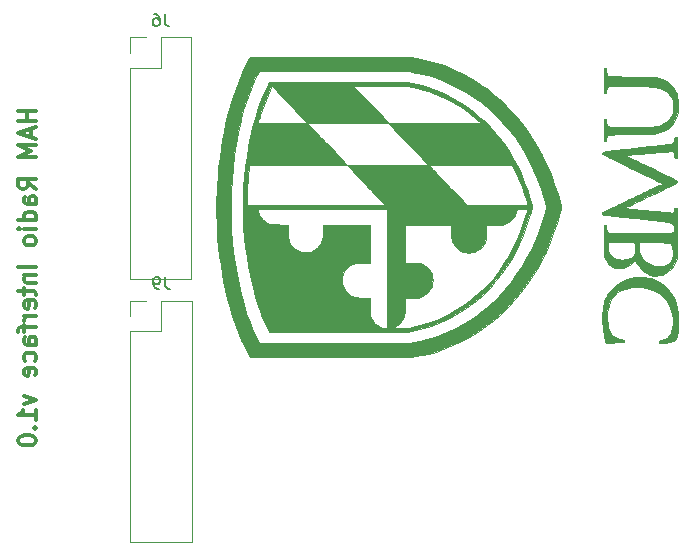
<source format=gbr>
G04 #@! TF.GenerationSoftware,KiCad,Pcbnew,(5.0.2)-1*
G04 #@! TF.CreationDate,2019-06-22T23:22:15-04:00*
G04 #@! TF.ProjectId,RPi-Ham,5250692d-4861-46d2-9e6b-696361645f70,rev?*
G04 #@! TF.SameCoordinates,Original*
G04 #@! TF.FileFunction,Legend,Bot*
G04 #@! TF.FilePolarity,Positive*
%FSLAX46Y46*%
G04 Gerber Fmt 4.6, Leading zero omitted, Abs format (unit mm)*
G04 Created by KiCad (PCBNEW (5.0.2)-1) date 2019-06-22 23:22:15*
%MOMM*%
%LPD*%
G01*
G04 APERTURE LIST*
%ADD10C,0.300000*%
%ADD11C,0.010000*%
%ADD12C,0.120000*%
%ADD13C,0.150000*%
G04 APERTURE END LIST*
D10*
X55178571Y-42642857D02*
X53678571Y-42642857D01*
X54392857Y-42642857D02*
X54392857Y-43500000D01*
X55178571Y-43500000D02*
X53678571Y-43500000D01*
X54750000Y-44142857D02*
X54750000Y-44857142D01*
X55178571Y-44000000D02*
X53678571Y-44500000D01*
X55178571Y-45000000D01*
X55178571Y-45500000D02*
X53678571Y-45500000D01*
X54750000Y-46000000D01*
X53678571Y-46500000D01*
X55178571Y-46500000D01*
X55178571Y-49214285D02*
X54464285Y-48714285D01*
X55178571Y-48357142D02*
X53678571Y-48357142D01*
X53678571Y-48928571D01*
X53750000Y-49071428D01*
X53821428Y-49142857D01*
X53964285Y-49214285D01*
X54178571Y-49214285D01*
X54321428Y-49142857D01*
X54392857Y-49071428D01*
X54464285Y-48928571D01*
X54464285Y-48357142D01*
X55178571Y-50500000D02*
X54392857Y-50500000D01*
X54250000Y-50428571D01*
X54178571Y-50285714D01*
X54178571Y-50000000D01*
X54250000Y-49857142D01*
X55107142Y-50500000D02*
X55178571Y-50357142D01*
X55178571Y-50000000D01*
X55107142Y-49857142D01*
X54964285Y-49785714D01*
X54821428Y-49785714D01*
X54678571Y-49857142D01*
X54607142Y-50000000D01*
X54607142Y-50357142D01*
X54535714Y-50500000D01*
X55178571Y-51857142D02*
X53678571Y-51857142D01*
X55107142Y-51857142D02*
X55178571Y-51714285D01*
X55178571Y-51428571D01*
X55107142Y-51285714D01*
X55035714Y-51214285D01*
X54892857Y-51142857D01*
X54464285Y-51142857D01*
X54321428Y-51214285D01*
X54250000Y-51285714D01*
X54178571Y-51428571D01*
X54178571Y-51714285D01*
X54250000Y-51857142D01*
X55178571Y-52571428D02*
X54178571Y-52571428D01*
X53678571Y-52571428D02*
X53750000Y-52500000D01*
X53821428Y-52571428D01*
X53750000Y-52642857D01*
X53678571Y-52571428D01*
X53821428Y-52571428D01*
X55178571Y-53500000D02*
X55107142Y-53357142D01*
X55035714Y-53285714D01*
X54892857Y-53214285D01*
X54464285Y-53214285D01*
X54321428Y-53285714D01*
X54250000Y-53357142D01*
X54178571Y-53500000D01*
X54178571Y-53714285D01*
X54250000Y-53857142D01*
X54321428Y-53928571D01*
X54464285Y-54000000D01*
X54892857Y-54000000D01*
X55035714Y-53928571D01*
X55107142Y-53857142D01*
X55178571Y-53714285D01*
X55178571Y-53500000D01*
X55178571Y-55785714D02*
X53678571Y-55785714D01*
X54178571Y-56500000D02*
X55178571Y-56500000D01*
X54321428Y-56500000D02*
X54250000Y-56571428D01*
X54178571Y-56714285D01*
X54178571Y-56928571D01*
X54250000Y-57071428D01*
X54392857Y-57142857D01*
X55178571Y-57142857D01*
X54178571Y-57642857D02*
X54178571Y-58214285D01*
X53678571Y-57857142D02*
X54964285Y-57857142D01*
X55107142Y-57928571D01*
X55178571Y-58071428D01*
X55178571Y-58214285D01*
X55107142Y-59285714D02*
X55178571Y-59142857D01*
X55178571Y-58857142D01*
X55107142Y-58714285D01*
X54964285Y-58642857D01*
X54392857Y-58642857D01*
X54250000Y-58714285D01*
X54178571Y-58857142D01*
X54178571Y-59142857D01*
X54250000Y-59285714D01*
X54392857Y-59357142D01*
X54535714Y-59357142D01*
X54678571Y-58642857D01*
X55178571Y-59999999D02*
X54178571Y-59999999D01*
X54464285Y-59999999D02*
X54321428Y-60071428D01*
X54250000Y-60142857D01*
X54178571Y-60285714D01*
X54178571Y-60428571D01*
X54178571Y-60714285D02*
X54178571Y-61285714D01*
X55178571Y-60928571D02*
X53892857Y-60928571D01*
X53750000Y-61000000D01*
X53678571Y-61142857D01*
X53678571Y-61285714D01*
X55178571Y-62428571D02*
X54392857Y-62428571D01*
X54250000Y-62357142D01*
X54178571Y-62214285D01*
X54178571Y-61928571D01*
X54250000Y-61785714D01*
X55107142Y-62428571D02*
X55178571Y-62285714D01*
X55178571Y-61928571D01*
X55107142Y-61785714D01*
X54964285Y-61714285D01*
X54821428Y-61714285D01*
X54678571Y-61785714D01*
X54607142Y-61928571D01*
X54607142Y-62285714D01*
X54535714Y-62428571D01*
X55107142Y-63785714D02*
X55178571Y-63642857D01*
X55178571Y-63357142D01*
X55107142Y-63214285D01*
X55035714Y-63142857D01*
X54892857Y-63071428D01*
X54464285Y-63071428D01*
X54321428Y-63142857D01*
X54250000Y-63214285D01*
X54178571Y-63357142D01*
X54178571Y-63642857D01*
X54250000Y-63785714D01*
X55107142Y-64999999D02*
X55178571Y-64857142D01*
X55178571Y-64571428D01*
X55107142Y-64428571D01*
X54964285Y-64357142D01*
X54392857Y-64357142D01*
X54250000Y-64428571D01*
X54178571Y-64571428D01*
X54178571Y-64857142D01*
X54250000Y-64999999D01*
X54392857Y-65071428D01*
X54535714Y-65071428D01*
X54678571Y-64357142D01*
X54178571Y-66714285D02*
X55178571Y-67071428D01*
X54178571Y-67428571D01*
X55178571Y-68785714D02*
X55178571Y-67928571D01*
X55178571Y-68357142D02*
X53678571Y-68357142D01*
X53892857Y-68214285D01*
X54035714Y-68071428D01*
X54107142Y-67928571D01*
X55035714Y-69428571D02*
X55107142Y-69500000D01*
X55178571Y-69428571D01*
X55107142Y-69357142D01*
X55035714Y-69428571D01*
X55178571Y-69428571D01*
X53678571Y-70428571D02*
X53678571Y-70571428D01*
X53750000Y-70714285D01*
X53821428Y-70785714D01*
X53964285Y-70857142D01*
X54250000Y-70928571D01*
X54607142Y-70928571D01*
X54892857Y-70857142D01*
X55035714Y-70785714D01*
X55107142Y-70714285D01*
X55178571Y-70571428D01*
X55178571Y-70428571D01*
X55107142Y-70285714D01*
X55035714Y-70214285D01*
X54892857Y-70142857D01*
X54607142Y-70071428D01*
X54250000Y-70071428D01*
X53964285Y-70142857D01*
X53821428Y-70214285D01*
X53750000Y-70285714D01*
X53678571Y-70428571D01*
D11*
G04 #@! TO.C,G\002A\002A\002A*
G36*
X72696202Y-50909572D02*
X72698089Y-51212905D01*
X72701823Y-51506316D01*
X72707406Y-51783276D01*
X72714838Y-52037260D01*
X72724118Y-52261741D01*
X72734760Y-52443333D01*
X72805783Y-53314615D01*
X72893782Y-54150110D01*
X72999366Y-54953069D01*
X73123139Y-55726745D01*
X73265709Y-56474391D01*
X73427681Y-57199257D01*
X73609663Y-57904597D01*
X73812261Y-58593662D01*
X73973997Y-59089666D01*
X74114194Y-59487590D01*
X74257401Y-59862996D01*
X74409641Y-60230532D01*
X74576937Y-60604847D01*
X74729102Y-60926134D01*
X74926494Y-61333852D01*
X80785789Y-61328301D01*
X86645083Y-61322750D01*
X86941416Y-61264313D01*
X87642553Y-61104573D01*
X88331524Y-60904469D01*
X89007187Y-60664511D01*
X89668401Y-60385208D01*
X90314024Y-60067068D01*
X90942915Y-59710600D01*
X91553932Y-59316315D01*
X91957916Y-59027390D01*
X92526525Y-58577659D01*
X93068784Y-58095102D01*
X93584276Y-57580353D01*
X94072581Y-57034050D01*
X94533283Y-56456827D01*
X94965961Y-55849320D01*
X95370199Y-55212165D01*
X95745578Y-54545997D01*
X96091678Y-53851452D01*
X96408083Y-53129165D01*
X96694374Y-52379772D01*
X96950132Y-51603909D01*
X97036752Y-51310916D01*
X97083896Y-51146116D01*
X97120442Y-51016947D01*
X97147572Y-50918379D01*
X97166469Y-50845382D01*
X97178315Y-50792924D01*
X97184291Y-50755976D01*
X97185580Y-50729508D01*
X97183363Y-50708489D01*
X97180999Y-50697083D01*
X97172518Y-50665124D01*
X97154093Y-50598895D01*
X97127533Y-50504795D01*
X97094649Y-50389224D01*
X97057252Y-50258580D01*
X97037276Y-50189083D01*
X96791130Y-49400366D01*
X96514621Y-48638625D01*
X96208111Y-47904408D01*
X95871960Y-47198265D01*
X95506531Y-46520742D01*
X95506393Y-46520516D01*
X95506393Y-47194000D01*
X95676586Y-47548541D01*
X96003801Y-48271793D01*
X96298719Y-49009658D01*
X96516660Y-49628166D01*
X96569108Y-49788704D01*
X96619844Y-49947537D01*
X96667156Y-50098987D01*
X96709333Y-50237376D01*
X96744663Y-50357026D01*
X96771436Y-50452261D01*
X96787941Y-50517402D01*
X96792582Y-50543625D01*
X96791251Y-50549157D01*
X96785182Y-50554110D01*
X96772170Y-50558517D01*
X96750011Y-50562410D01*
X96716499Y-50565819D01*
X96669428Y-50568777D01*
X96606593Y-50571316D01*
X96525790Y-50573467D01*
X96424812Y-50575263D01*
X96301455Y-50576735D01*
X96153513Y-50577914D01*
X95978781Y-50578834D01*
X95891214Y-50579131D01*
X95891214Y-50919333D01*
X96342857Y-50919333D01*
X96505796Y-50920077D01*
X96629359Y-50922415D01*
X96716478Y-50926504D01*
X96770084Y-50932502D01*
X96793111Y-50940567D01*
X96794500Y-50943617D01*
X96788762Y-50971392D01*
X96772928Y-51032170D01*
X96749066Y-51118406D01*
X96719244Y-51222555D01*
X96700215Y-51287575D01*
X96444910Y-52086185D01*
X96158355Y-52856808D01*
X95840654Y-53599215D01*
X95491910Y-54313180D01*
X95112227Y-54998473D01*
X94746735Y-55586583D01*
X94347585Y-56160361D01*
X93916524Y-56713170D01*
X93456898Y-57241416D01*
X92972053Y-57741504D01*
X92465334Y-58209840D01*
X91940086Y-58642830D01*
X91808939Y-58743124D01*
X91261135Y-59132104D01*
X90691830Y-59490793D01*
X90104722Y-59817517D01*
X89503512Y-60110600D01*
X88891898Y-60368368D01*
X88273581Y-60589146D01*
X87652259Y-60771258D01*
X87031632Y-60913030D01*
X87004916Y-60918216D01*
X86815590Y-60952681D01*
X86645693Y-60978521D01*
X86484669Y-60996478D01*
X86321963Y-61007292D01*
X86147017Y-61011707D01*
X85949277Y-61010462D01*
X85760250Y-61005662D01*
X85256417Y-60989859D01*
X85391410Y-60942689D01*
X85534412Y-60886173D01*
X85658192Y-60820834D01*
X85775074Y-60738698D01*
X85897379Y-60631791D01*
X85948952Y-60581916D01*
X86039993Y-60489090D01*
X86107291Y-60411974D01*
X86159539Y-60339077D01*
X86205432Y-60258907D01*
X86229200Y-60211500D01*
X86270183Y-60125609D01*
X86303423Y-60049981D01*
X86329801Y-59978799D01*
X86350198Y-59906247D01*
X86365494Y-59826506D01*
X86376569Y-59733760D01*
X86384306Y-59622191D01*
X86389584Y-59485983D01*
X86393284Y-59319319D01*
X86396287Y-59116381D01*
X86396409Y-59107062D01*
X86405228Y-58436541D01*
X86969655Y-58429629D01*
X87534083Y-58422718D01*
X87719529Y-58356465D01*
X87883302Y-58291139D01*
X88021781Y-58218635D01*
X88148733Y-58130164D01*
X88277925Y-58016937D01*
X88328224Y-57967833D01*
X88487291Y-57786823D01*
X88606822Y-57598500D01*
X88689113Y-57397292D01*
X88736458Y-57177629D01*
X88751166Y-56941250D01*
X88731379Y-56686496D01*
X88673186Y-56446955D01*
X88578339Y-56225440D01*
X88448588Y-56024767D01*
X88285686Y-55847748D01*
X88091383Y-55697198D01*
X87915083Y-55597982D01*
X87821379Y-55555068D01*
X87733729Y-55521119D01*
X87645384Y-55495122D01*
X87549596Y-55476067D01*
X87439617Y-55462941D01*
X87308699Y-55454733D01*
X87150095Y-55450431D01*
X86957055Y-55449024D01*
X86921363Y-55449000D01*
X86401666Y-55449000D01*
X86401666Y-52252833D01*
X90317500Y-52252833D01*
X90317648Y-52755541D01*
X90319159Y-52958421D01*
X90324187Y-53125999D01*
X90333673Y-53265228D01*
X90348558Y-53383059D01*
X90369782Y-53486446D01*
X90398287Y-53582342D01*
X90435011Y-53677699D01*
X90445798Y-53702750D01*
X90542950Y-53884072D01*
X90669717Y-54059050D01*
X90817595Y-54218348D01*
X90978079Y-54352630D01*
X91116905Y-54439526D01*
X91273476Y-54512661D01*
X91424441Y-54561874D01*
X91582592Y-54589841D01*
X91760720Y-54599237D01*
X91871805Y-54597460D01*
X91993531Y-54592201D01*
X92085391Y-54584768D01*
X92159849Y-54573088D01*
X92229373Y-54555086D01*
X92306427Y-54528691D01*
X92323531Y-54522337D01*
X92550222Y-54415804D01*
X92753531Y-54276334D01*
X92930152Y-54107577D01*
X93076780Y-53913182D01*
X93190107Y-53696798D01*
X93260333Y-53488474D01*
X93273616Y-53431551D01*
X93283797Y-53373405D01*
X93291271Y-53307433D01*
X93296432Y-53227033D01*
X93299674Y-53125601D01*
X93301393Y-52996536D01*
X93301982Y-52833236D01*
X93302000Y-52790970D01*
X93302000Y-52256379D01*
X93984625Y-52247982D01*
X94174561Y-52245495D01*
X94327486Y-52242962D01*
X94448722Y-52240020D01*
X94543589Y-52236305D01*
X94617409Y-52231453D01*
X94675502Y-52225101D01*
X94723190Y-52216885D01*
X94765795Y-52206442D01*
X94808636Y-52193407D01*
X94815416Y-52191204D01*
X94994805Y-52124167D01*
X95146954Y-52046355D01*
X95286037Y-51949020D01*
X95426227Y-51823417D01*
X95450761Y-51799053D01*
X95587830Y-51647944D01*
X95692283Y-51499392D01*
X95771135Y-51341068D01*
X95831399Y-51160642D01*
X95845884Y-51104541D01*
X95891214Y-50919333D01*
X95891214Y-50579131D01*
X95775054Y-50579525D01*
X95540126Y-50580019D01*
X95271792Y-50580349D01*
X94967847Y-50580545D01*
X94626085Y-50580640D01*
X94244302Y-50580666D01*
X91655213Y-50580666D01*
X90441727Y-49305375D01*
X90244312Y-49097928D01*
X90046717Y-48890338D01*
X89852133Y-48685953D01*
X89663749Y-48488122D01*
X89484756Y-48300195D01*
X89318344Y-48125519D01*
X89167703Y-47967444D01*
X89036024Y-47829319D01*
X88926497Y-47714493D01*
X88842311Y-47626316D01*
X88828670Y-47612041D01*
X88429099Y-47194000D01*
X95506393Y-47194000D01*
X95506393Y-46520516D01*
X95112183Y-45872390D01*
X94689279Y-45253756D01*
X94238178Y-44665389D01*
X93759243Y-44107837D01*
X93252833Y-43581649D01*
X92719311Y-43087373D01*
X92159037Y-42625559D01*
X91957916Y-42472609D01*
X91359682Y-42052942D01*
X90742800Y-41670749D01*
X90108410Y-41326537D01*
X89457654Y-41020817D01*
X88791675Y-40754096D01*
X88111612Y-40526884D01*
X87418609Y-40339691D01*
X86941416Y-40235686D01*
X86645083Y-40177250D01*
X84198817Y-40174948D01*
X84198817Y-40484166D01*
X84562713Y-40484185D01*
X84887178Y-40484321D01*
X85175117Y-40484688D01*
X85429431Y-40485406D01*
X85653025Y-40486589D01*
X85848801Y-40488355D01*
X86019661Y-40490819D01*
X86168511Y-40494100D01*
X86298251Y-40498313D01*
X86411786Y-40503575D01*
X86512019Y-40510003D01*
X86601852Y-40517713D01*
X86684190Y-40526822D01*
X86761934Y-40537446D01*
X86837988Y-40549702D01*
X86915255Y-40563707D01*
X86996638Y-40579578D01*
X87085041Y-40597430D01*
X87101440Y-40600765D01*
X87716628Y-40746090D01*
X88333144Y-40931308D01*
X88946733Y-41154349D01*
X89553142Y-41413142D01*
X90148118Y-41705617D01*
X90727407Y-42029702D01*
X91286756Y-42383327D01*
X91821910Y-42764422D01*
X92257117Y-43110518D01*
X92348447Y-43187835D01*
X92444339Y-43270465D01*
X92539422Y-43353613D01*
X92628327Y-43432482D01*
X92705684Y-43502278D01*
X92766123Y-43558205D01*
X92804273Y-43595468D01*
X92815166Y-43608851D01*
X92794348Y-43609676D01*
X92733285Y-43610478D01*
X92634069Y-43611252D01*
X92498787Y-43611994D01*
X92329530Y-43612699D01*
X92128387Y-43613364D01*
X91897447Y-43613984D01*
X91638800Y-43614554D01*
X91354536Y-43615071D01*
X91046743Y-43615530D01*
X90717512Y-43615927D01*
X90368931Y-43616258D01*
X90003090Y-43616518D01*
X89622079Y-43616703D01*
X89227988Y-43616808D01*
X88921787Y-43616833D01*
X85028408Y-43616833D01*
X83534438Y-42050500D01*
X82040469Y-40484166D01*
X84198817Y-40484166D01*
X84198817Y-40174948D01*
X80429063Y-40171400D01*
X80429063Y-43639347D01*
X80802668Y-43639419D01*
X81215139Y-43639576D01*
X81588949Y-43639756D01*
X85015250Y-43641512D01*
X86691180Y-45401881D01*
X86909792Y-45631539D01*
X87120115Y-45852551D01*
X87320323Y-46062993D01*
X87508589Y-46260944D01*
X87683086Y-46444482D01*
X87841989Y-46611683D01*
X87983471Y-46760626D01*
X88105706Y-46889388D01*
X88206867Y-46996047D01*
X88285128Y-47078680D01*
X88338663Y-47135365D01*
X88365646Y-47164181D01*
X88368638Y-47167541D01*
X88348013Y-47168124D01*
X88287280Y-47168689D01*
X88188665Y-47169232D01*
X88054392Y-47169750D01*
X87886689Y-47170240D01*
X87687780Y-47170699D01*
X87459891Y-47171122D01*
X87205247Y-47171507D01*
X86926074Y-47171850D01*
X86624597Y-47172147D01*
X86303042Y-47172395D01*
X85963635Y-47172592D01*
X85608600Y-47172732D01*
X85240164Y-47172813D01*
X84942372Y-47172833D01*
X81514577Y-47172833D01*
X79867663Y-45441977D01*
X79650362Y-45213548D01*
X79440940Y-44993299D01*
X79241281Y-44783216D01*
X79053267Y-44585286D01*
X78878782Y-44401494D01*
X78719710Y-44233826D01*
X78577933Y-44084269D01*
X78455335Y-43954808D01*
X78353799Y-43847430D01*
X78275209Y-43764120D01*
X78221447Y-43706865D01*
X78194397Y-43677651D01*
X78191699Y-43674560D01*
X78189500Y-43669800D01*
X78192084Y-43665472D01*
X78201345Y-43661559D01*
X78219177Y-43658040D01*
X78247473Y-43654896D01*
X78288126Y-43652109D01*
X78343030Y-43649657D01*
X78414078Y-43647523D01*
X78503165Y-43645686D01*
X78612182Y-43644128D01*
X78743024Y-43642828D01*
X78897585Y-43641767D01*
X79077757Y-43640927D01*
X79285434Y-43640287D01*
X79522510Y-43639829D01*
X79790878Y-43639532D01*
X80092431Y-43639378D01*
X80429063Y-43639347D01*
X80429063Y-40171400D01*
X75130416Y-40166412D01*
X75130416Y-40505862D01*
X78077566Y-43606250D01*
X76857728Y-43609454D01*
X76857728Y-47195510D01*
X77270192Y-47195595D01*
X77368791Y-47195630D01*
X81501583Y-47197261D01*
X83104479Y-48883672D01*
X83318086Y-49108451D01*
X83523354Y-49324539D01*
X83718420Y-49529969D01*
X83901420Y-49722774D01*
X84070490Y-49900988D01*
X84223765Y-50062644D01*
X84359383Y-50205777D01*
X84475480Y-50328419D01*
X84570191Y-50428605D01*
X84641653Y-50504367D01*
X84688003Y-50553739D01*
X84707375Y-50574755D01*
X84707854Y-50575375D01*
X84687012Y-50575822D01*
X84625541Y-50576259D01*
X84525144Y-50576685D01*
X84387525Y-50577097D01*
X84214388Y-50577495D01*
X84007436Y-50577877D01*
X83768374Y-50578241D01*
X83498906Y-50578586D01*
X83200734Y-50578910D01*
X82875563Y-50579211D01*
X82525097Y-50579489D01*
X82151040Y-50579741D01*
X81755095Y-50579966D01*
X81338966Y-50580163D01*
X80904356Y-50580329D01*
X80452971Y-50580464D01*
X79986513Y-50580566D01*
X79506686Y-50580633D01*
X79406083Y-50580639D01*
X79406083Y-50919333D01*
X84877666Y-50919333D01*
X84877666Y-60994666D01*
X84785802Y-60994666D01*
X84719332Y-60989227D01*
X84630556Y-60974909D01*
X84537803Y-60954712D01*
X84530734Y-60952926D01*
X84302758Y-60873209D01*
X84091385Y-60756600D01*
X83901138Y-60606780D01*
X83736540Y-60427431D01*
X83602114Y-60222234D01*
X83579334Y-60178590D01*
X83541251Y-60100868D01*
X83510312Y-60031345D01*
X83485709Y-59964413D01*
X83466630Y-59894465D01*
X83452265Y-59815892D01*
X83441804Y-59723086D01*
X83434436Y-59610439D01*
X83429352Y-59472343D01*
X83425741Y-59303190D01*
X83422792Y-59097371D01*
X83422761Y-59094958D01*
X83414053Y-58412333D01*
X82900412Y-58412333D01*
X82700862Y-58411139D01*
X82536432Y-58406750D01*
X82399956Y-58397953D01*
X82284267Y-58383539D01*
X82182199Y-58362295D01*
X82086585Y-58333009D01*
X81990259Y-58294471D01*
X81886054Y-58245469D01*
X81872000Y-58238489D01*
X81778434Y-58187935D01*
X81696238Y-58133249D01*
X81613382Y-58065344D01*
X81517833Y-57975134D01*
X81500279Y-57957739D01*
X81342477Y-57781602D01*
X81223206Y-57603504D01*
X81138962Y-57416479D01*
X81086239Y-57213562D01*
X81070570Y-57103668D01*
X81064457Y-56859032D01*
X81098222Y-56621382D01*
X81169508Y-56394801D01*
X81275959Y-56183371D01*
X81415219Y-55991177D01*
X81584932Y-55822299D01*
X81782741Y-55680821D01*
X81938752Y-55599332D01*
X82028491Y-55561431D01*
X82114809Y-55531551D01*
X82204403Y-55508789D01*
X82303965Y-55492245D01*
X82420190Y-55481014D01*
X82559773Y-55474197D01*
X82729409Y-55470890D01*
X82897470Y-55470166D01*
X83417166Y-55470166D01*
X83417166Y-52231666D01*
X79459000Y-52231666D01*
X79458632Y-52723791D01*
X79456435Y-52942155D01*
X79449239Y-53125386D01*
X79435604Y-53280537D01*
X79414092Y-53414659D01*
X79383262Y-53534803D01*
X79341674Y-53648022D01*
X79287889Y-53761365D01*
X79223089Y-53877441D01*
X79151584Y-53979614D01*
X79054401Y-54092131D01*
X78942514Y-54204162D01*
X78826904Y-54304876D01*
X78718545Y-54383444D01*
X78696845Y-54396637D01*
X78564376Y-54466803D01*
X78438542Y-54516394D01*
X78307403Y-54548296D01*
X78159020Y-54565396D01*
X77981454Y-54570581D01*
X77977333Y-54570583D01*
X77855940Y-54569764D01*
X77765118Y-54566289D01*
X77693120Y-54558627D01*
X77628199Y-54545251D01*
X77558607Y-54524631D01*
X77517066Y-54510672D01*
X77293276Y-54411929D01*
X77089076Y-54277826D01*
X76908497Y-54112377D01*
X76755566Y-53919590D01*
X76634315Y-53703478D01*
X76584986Y-53582839D01*
X76568596Y-53536003D01*
X76555690Y-53493303D01*
X76545774Y-53448881D01*
X76538353Y-53396878D01*
X76532931Y-53331439D01*
X76529015Y-53246704D01*
X76526110Y-53136818D01*
X76523720Y-52995921D01*
X76521521Y-52831385D01*
X76513914Y-52235188D01*
X75832748Y-52226061D01*
X75629308Y-52223097D01*
X75462513Y-52219630D01*
X75326675Y-52214809D01*
X75216109Y-52207784D01*
X75125126Y-52197703D01*
X75048041Y-52183716D01*
X74979166Y-52164972D01*
X74912814Y-52140620D01*
X74843298Y-52109808D01*
X74764932Y-52071687D01*
X74749416Y-52063968D01*
X74534053Y-51935228D01*
X74350691Y-51779080D01*
X74197927Y-51594115D01*
X74082366Y-51395583D01*
X74042497Y-51304975D01*
X74003898Y-51202009D01*
X73970508Y-51098972D01*
X73946265Y-51008153D01*
X73935106Y-50941839D01*
X73934812Y-50935208D01*
X73955658Y-50933820D01*
X74017074Y-50932465D01*
X74117299Y-50931147D01*
X74254569Y-50929872D01*
X74427124Y-50928645D01*
X74633200Y-50927470D01*
X74871034Y-50926354D01*
X75138865Y-50925300D01*
X75434930Y-50924315D01*
X75757467Y-50923403D01*
X76104713Y-50922570D01*
X76474905Y-50921820D01*
X76866282Y-50921159D01*
X77277081Y-50920591D01*
X77705540Y-50920122D01*
X78149895Y-50919758D01*
X78608386Y-50919502D01*
X79079248Y-50919361D01*
X79406083Y-50919333D01*
X79406083Y-50580639D01*
X79015195Y-50580664D01*
X78854216Y-50580666D01*
X73000100Y-50580666D01*
X73012926Y-50204958D01*
X73038774Y-49572560D01*
X73071953Y-48977771D01*
X73112748Y-48416456D01*
X73161446Y-47884481D01*
X73194268Y-47580355D01*
X73207870Y-47460784D01*
X73219616Y-47356407D01*
X73228728Y-47274246D01*
X73234424Y-47221322D01*
X73236000Y-47204647D01*
X73256828Y-47203586D01*
X73317962Y-47202570D01*
X73417373Y-47201605D01*
X73553034Y-47200693D01*
X73722915Y-47199840D01*
X73924990Y-47199051D01*
X74157230Y-47198328D01*
X74417607Y-47197678D01*
X74704093Y-47197104D01*
X75014659Y-47196610D01*
X75347279Y-47196202D01*
X75699924Y-47195884D01*
X76070566Y-47195659D01*
X76457177Y-47195533D01*
X76857728Y-47195510D01*
X76857728Y-43609454D01*
X76023777Y-43611646D01*
X75732615Y-43612309D01*
X75453557Y-43612745D01*
X75189500Y-43612961D01*
X74943340Y-43612964D01*
X74717971Y-43612759D01*
X74516290Y-43612354D01*
X74341192Y-43611756D01*
X74195574Y-43610970D01*
X74082330Y-43610004D01*
X74004358Y-43608864D01*
X73964552Y-43607556D01*
X73959876Y-43606931D01*
X73958264Y-43589972D01*
X73965613Y-43548861D01*
X73982714Y-43480759D01*
X74010356Y-43382828D01*
X74049328Y-43252227D01*
X74100420Y-43086120D01*
X74139592Y-42960666D01*
X74282138Y-42529017D01*
X74440950Y-42089242D01*
X74611290Y-41653380D01*
X74788420Y-41233474D01*
X74967602Y-40841563D01*
X74999440Y-40775472D01*
X75130416Y-40505862D01*
X75130416Y-40166412D01*
X74926459Y-40166220D01*
X74729084Y-40573901D01*
X74433858Y-41219908D01*
X74162106Y-41890289D01*
X73913527Y-42586334D01*
X73687817Y-43309333D01*
X73484673Y-44060578D01*
X73303790Y-44841357D01*
X73144866Y-45652962D01*
X73007598Y-46496683D01*
X72891682Y-47373810D01*
X72796814Y-48285632D01*
X72734760Y-49056666D01*
X72723706Y-49246704D01*
X72714501Y-49472507D01*
X72707144Y-49727550D01*
X72701636Y-50005305D01*
X72697976Y-50299245D01*
X72696165Y-50602843D01*
X72696202Y-50909572D01*
X72696202Y-50909572D01*
G37*
X72696202Y-50909572D02*
X72698089Y-51212905D01*
X72701823Y-51506316D01*
X72707406Y-51783276D01*
X72714838Y-52037260D01*
X72724118Y-52261741D01*
X72734760Y-52443333D01*
X72805783Y-53314615D01*
X72893782Y-54150110D01*
X72999366Y-54953069D01*
X73123139Y-55726745D01*
X73265709Y-56474391D01*
X73427681Y-57199257D01*
X73609663Y-57904597D01*
X73812261Y-58593662D01*
X73973997Y-59089666D01*
X74114194Y-59487590D01*
X74257401Y-59862996D01*
X74409641Y-60230532D01*
X74576937Y-60604847D01*
X74729102Y-60926134D01*
X74926494Y-61333852D01*
X80785789Y-61328301D01*
X86645083Y-61322750D01*
X86941416Y-61264313D01*
X87642553Y-61104573D01*
X88331524Y-60904469D01*
X89007187Y-60664511D01*
X89668401Y-60385208D01*
X90314024Y-60067068D01*
X90942915Y-59710600D01*
X91553932Y-59316315D01*
X91957916Y-59027390D01*
X92526525Y-58577659D01*
X93068784Y-58095102D01*
X93584276Y-57580353D01*
X94072581Y-57034050D01*
X94533283Y-56456827D01*
X94965961Y-55849320D01*
X95370199Y-55212165D01*
X95745578Y-54545997D01*
X96091678Y-53851452D01*
X96408083Y-53129165D01*
X96694374Y-52379772D01*
X96950132Y-51603909D01*
X97036752Y-51310916D01*
X97083896Y-51146116D01*
X97120442Y-51016947D01*
X97147572Y-50918379D01*
X97166469Y-50845382D01*
X97178315Y-50792924D01*
X97184291Y-50755976D01*
X97185580Y-50729508D01*
X97183363Y-50708489D01*
X97180999Y-50697083D01*
X97172518Y-50665124D01*
X97154093Y-50598895D01*
X97127533Y-50504795D01*
X97094649Y-50389224D01*
X97057252Y-50258580D01*
X97037276Y-50189083D01*
X96791130Y-49400366D01*
X96514621Y-48638625D01*
X96208111Y-47904408D01*
X95871960Y-47198265D01*
X95506531Y-46520742D01*
X95506393Y-46520516D01*
X95506393Y-47194000D01*
X95676586Y-47548541D01*
X96003801Y-48271793D01*
X96298719Y-49009658D01*
X96516660Y-49628166D01*
X96569108Y-49788704D01*
X96619844Y-49947537D01*
X96667156Y-50098987D01*
X96709333Y-50237376D01*
X96744663Y-50357026D01*
X96771436Y-50452261D01*
X96787941Y-50517402D01*
X96792582Y-50543625D01*
X96791251Y-50549157D01*
X96785182Y-50554110D01*
X96772170Y-50558517D01*
X96750011Y-50562410D01*
X96716499Y-50565819D01*
X96669428Y-50568777D01*
X96606593Y-50571316D01*
X96525790Y-50573467D01*
X96424812Y-50575263D01*
X96301455Y-50576735D01*
X96153513Y-50577914D01*
X95978781Y-50578834D01*
X95891214Y-50579131D01*
X95891214Y-50919333D01*
X96342857Y-50919333D01*
X96505796Y-50920077D01*
X96629359Y-50922415D01*
X96716478Y-50926504D01*
X96770084Y-50932502D01*
X96793111Y-50940567D01*
X96794500Y-50943617D01*
X96788762Y-50971392D01*
X96772928Y-51032170D01*
X96749066Y-51118406D01*
X96719244Y-51222555D01*
X96700215Y-51287575D01*
X96444910Y-52086185D01*
X96158355Y-52856808D01*
X95840654Y-53599215D01*
X95491910Y-54313180D01*
X95112227Y-54998473D01*
X94746735Y-55586583D01*
X94347585Y-56160361D01*
X93916524Y-56713170D01*
X93456898Y-57241416D01*
X92972053Y-57741504D01*
X92465334Y-58209840D01*
X91940086Y-58642830D01*
X91808939Y-58743124D01*
X91261135Y-59132104D01*
X90691830Y-59490793D01*
X90104722Y-59817517D01*
X89503512Y-60110600D01*
X88891898Y-60368368D01*
X88273581Y-60589146D01*
X87652259Y-60771258D01*
X87031632Y-60913030D01*
X87004916Y-60918216D01*
X86815590Y-60952681D01*
X86645693Y-60978521D01*
X86484669Y-60996478D01*
X86321963Y-61007292D01*
X86147017Y-61011707D01*
X85949277Y-61010462D01*
X85760250Y-61005662D01*
X85256417Y-60989859D01*
X85391410Y-60942689D01*
X85534412Y-60886173D01*
X85658192Y-60820834D01*
X85775074Y-60738698D01*
X85897379Y-60631791D01*
X85948952Y-60581916D01*
X86039993Y-60489090D01*
X86107291Y-60411974D01*
X86159539Y-60339077D01*
X86205432Y-60258907D01*
X86229200Y-60211500D01*
X86270183Y-60125609D01*
X86303423Y-60049981D01*
X86329801Y-59978799D01*
X86350198Y-59906247D01*
X86365494Y-59826506D01*
X86376569Y-59733760D01*
X86384306Y-59622191D01*
X86389584Y-59485983D01*
X86393284Y-59319319D01*
X86396287Y-59116381D01*
X86396409Y-59107062D01*
X86405228Y-58436541D01*
X86969655Y-58429629D01*
X87534083Y-58422718D01*
X87719529Y-58356465D01*
X87883302Y-58291139D01*
X88021781Y-58218635D01*
X88148733Y-58130164D01*
X88277925Y-58016937D01*
X88328224Y-57967833D01*
X88487291Y-57786823D01*
X88606822Y-57598500D01*
X88689113Y-57397292D01*
X88736458Y-57177629D01*
X88751166Y-56941250D01*
X88731379Y-56686496D01*
X88673186Y-56446955D01*
X88578339Y-56225440D01*
X88448588Y-56024767D01*
X88285686Y-55847748D01*
X88091383Y-55697198D01*
X87915083Y-55597982D01*
X87821379Y-55555068D01*
X87733729Y-55521119D01*
X87645384Y-55495122D01*
X87549596Y-55476067D01*
X87439617Y-55462941D01*
X87308699Y-55454733D01*
X87150095Y-55450431D01*
X86957055Y-55449024D01*
X86921363Y-55449000D01*
X86401666Y-55449000D01*
X86401666Y-52252833D01*
X90317500Y-52252833D01*
X90317648Y-52755541D01*
X90319159Y-52958421D01*
X90324187Y-53125999D01*
X90333673Y-53265228D01*
X90348558Y-53383059D01*
X90369782Y-53486446D01*
X90398287Y-53582342D01*
X90435011Y-53677699D01*
X90445798Y-53702750D01*
X90542950Y-53884072D01*
X90669717Y-54059050D01*
X90817595Y-54218348D01*
X90978079Y-54352630D01*
X91116905Y-54439526D01*
X91273476Y-54512661D01*
X91424441Y-54561874D01*
X91582592Y-54589841D01*
X91760720Y-54599237D01*
X91871805Y-54597460D01*
X91993531Y-54592201D01*
X92085391Y-54584768D01*
X92159849Y-54573088D01*
X92229373Y-54555086D01*
X92306427Y-54528691D01*
X92323531Y-54522337D01*
X92550222Y-54415804D01*
X92753531Y-54276334D01*
X92930152Y-54107577D01*
X93076780Y-53913182D01*
X93190107Y-53696798D01*
X93260333Y-53488474D01*
X93273616Y-53431551D01*
X93283797Y-53373405D01*
X93291271Y-53307433D01*
X93296432Y-53227033D01*
X93299674Y-53125601D01*
X93301393Y-52996536D01*
X93301982Y-52833236D01*
X93302000Y-52790970D01*
X93302000Y-52256379D01*
X93984625Y-52247982D01*
X94174561Y-52245495D01*
X94327486Y-52242962D01*
X94448722Y-52240020D01*
X94543589Y-52236305D01*
X94617409Y-52231453D01*
X94675502Y-52225101D01*
X94723190Y-52216885D01*
X94765795Y-52206442D01*
X94808636Y-52193407D01*
X94815416Y-52191204D01*
X94994805Y-52124167D01*
X95146954Y-52046355D01*
X95286037Y-51949020D01*
X95426227Y-51823417D01*
X95450761Y-51799053D01*
X95587830Y-51647944D01*
X95692283Y-51499392D01*
X95771135Y-51341068D01*
X95831399Y-51160642D01*
X95845884Y-51104541D01*
X95891214Y-50919333D01*
X95891214Y-50579131D01*
X95775054Y-50579525D01*
X95540126Y-50580019D01*
X95271792Y-50580349D01*
X94967847Y-50580545D01*
X94626085Y-50580640D01*
X94244302Y-50580666D01*
X91655213Y-50580666D01*
X90441727Y-49305375D01*
X90244312Y-49097928D01*
X90046717Y-48890338D01*
X89852133Y-48685953D01*
X89663749Y-48488122D01*
X89484756Y-48300195D01*
X89318344Y-48125519D01*
X89167703Y-47967444D01*
X89036024Y-47829319D01*
X88926497Y-47714493D01*
X88842311Y-47626316D01*
X88828670Y-47612041D01*
X88429099Y-47194000D01*
X95506393Y-47194000D01*
X95506393Y-46520516D01*
X95112183Y-45872390D01*
X94689279Y-45253756D01*
X94238178Y-44665389D01*
X93759243Y-44107837D01*
X93252833Y-43581649D01*
X92719311Y-43087373D01*
X92159037Y-42625559D01*
X91957916Y-42472609D01*
X91359682Y-42052942D01*
X90742800Y-41670749D01*
X90108410Y-41326537D01*
X89457654Y-41020817D01*
X88791675Y-40754096D01*
X88111612Y-40526884D01*
X87418609Y-40339691D01*
X86941416Y-40235686D01*
X86645083Y-40177250D01*
X84198817Y-40174948D01*
X84198817Y-40484166D01*
X84562713Y-40484185D01*
X84887178Y-40484321D01*
X85175117Y-40484688D01*
X85429431Y-40485406D01*
X85653025Y-40486589D01*
X85848801Y-40488355D01*
X86019661Y-40490819D01*
X86168511Y-40494100D01*
X86298251Y-40498313D01*
X86411786Y-40503575D01*
X86512019Y-40510003D01*
X86601852Y-40517713D01*
X86684190Y-40526822D01*
X86761934Y-40537446D01*
X86837988Y-40549702D01*
X86915255Y-40563707D01*
X86996638Y-40579578D01*
X87085041Y-40597430D01*
X87101440Y-40600765D01*
X87716628Y-40746090D01*
X88333144Y-40931308D01*
X88946733Y-41154349D01*
X89553142Y-41413142D01*
X90148118Y-41705617D01*
X90727407Y-42029702D01*
X91286756Y-42383327D01*
X91821910Y-42764422D01*
X92257117Y-43110518D01*
X92348447Y-43187835D01*
X92444339Y-43270465D01*
X92539422Y-43353613D01*
X92628327Y-43432482D01*
X92705684Y-43502278D01*
X92766123Y-43558205D01*
X92804273Y-43595468D01*
X92815166Y-43608851D01*
X92794348Y-43609676D01*
X92733285Y-43610478D01*
X92634069Y-43611252D01*
X92498787Y-43611994D01*
X92329530Y-43612699D01*
X92128387Y-43613364D01*
X91897447Y-43613984D01*
X91638800Y-43614554D01*
X91354536Y-43615071D01*
X91046743Y-43615530D01*
X90717512Y-43615927D01*
X90368931Y-43616258D01*
X90003090Y-43616518D01*
X89622079Y-43616703D01*
X89227988Y-43616808D01*
X88921787Y-43616833D01*
X85028408Y-43616833D01*
X83534438Y-42050500D01*
X82040469Y-40484166D01*
X84198817Y-40484166D01*
X84198817Y-40174948D01*
X80429063Y-40171400D01*
X80429063Y-43639347D01*
X80802668Y-43639419D01*
X81215139Y-43639576D01*
X81588949Y-43639756D01*
X85015250Y-43641512D01*
X86691180Y-45401881D01*
X86909792Y-45631539D01*
X87120115Y-45852551D01*
X87320323Y-46062993D01*
X87508589Y-46260944D01*
X87683086Y-46444482D01*
X87841989Y-46611683D01*
X87983471Y-46760626D01*
X88105706Y-46889388D01*
X88206867Y-46996047D01*
X88285128Y-47078680D01*
X88338663Y-47135365D01*
X88365646Y-47164181D01*
X88368638Y-47167541D01*
X88348013Y-47168124D01*
X88287280Y-47168689D01*
X88188665Y-47169232D01*
X88054392Y-47169750D01*
X87886689Y-47170240D01*
X87687780Y-47170699D01*
X87459891Y-47171122D01*
X87205247Y-47171507D01*
X86926074Y-47171850D01*
X86624597Y-47172147D01*
X86303042Y-47172395D01*
X85963635Y-47172592D01*
X85608600Y-47172732D01*
X85240164Y-47172813D01*
X84942372Y-47172833D01*
X81514577Y-47172833D01*
X79867663Y-45441977D01*
X79650362Y-45213548D01*
X79440940Y-44993299D01*
X79241281Y-44783216D01*
X79053267Y-44585286D01*
X78878782Y-44401494D01*
X78719710Y-44233826D01*
X78577933Y-44084269D01*
X78455335Y-43954808D01*
X78353799Y-43847430D01*
X78275209Y-43764120D01*
X78221447Y-43706865D01*
X78194397Y-43677651D01*
X78191699Y-43674560D01*
X78189500Y-43669800D01*
X78192084Y-43665472D01*
X78201345Y-43661559D01*
X78219177Y-43658040D01*
X78247473Y-43654896D01*
X78288126Y-43652109D01*
X78343030Y-43649657D01*
X78414078Y-43647523D01*
X78503165Y-43645686D01*
X78612182Y-43644128D01*
X78743024Y-43642828D01*
X78897585Y-43641767D01*
X79077757Y-43640927D01*
X79285434Y-43640287D01*
X79522510Y-43639829D01*
X79790878Y-43639532D01*
X80092431Y-43639378D01*
X80429063Y-43639347D01*
X80429063Y-40171400D01*
X75130416Y-40166412D01*
X75130416Y-40505862D01*
X78077566Y-43606250D01*
X76857728Y-43609454D01*
X76857728Y-47195510D01*
X77270192Y-47195595D01*
X77368791Y-47195630D01*
X81501583Y-47197261D01*
X83104479Y-48883672D01*
X83318086Y-49108451D01*
X83523354Y-49324539D01*
X83718420Y-49529969D01*
X83901420Y-49722774D01*
X84070490Y-49900988D01*
X84223765Y-50062644D01*
X84359383Y-50205777D01*
X84475480Y-50328419D01*
X84570191Y-50428605D01*
X84641653Y-50504367D01*
X84688003Y-50553739D01*
X84707375Y-50574755D01*
X84707854Y-50575375D01*
X84687012Y-50575822D01*
X84625541Y-50576259D01*
X84525144Y-50576685D01*
X84387525Y-50577097D01*
X84214388Y-50577495D01*
X84007436Y-50577877D01*
X83768374Y-50578241D01*
X83498906Y-50578586D01*
X83200734Y-50578910D01*
X82875563Y-50579211D01*
X82525097Y-50579489D01*
X82151040Y-50579741D01*
X81755095Y-50579966D01*
X81338966Y-50580163D01*
X80904356Y-50580329D01*
X80452971Y-50580464D01*
X79986513Y-50580566D01*
X79506686Y-50580633D01*
X79406083Y-50580639D01*
X79406083Y-50919333D01*
X84877666Y-50919333D01*
X84877666Y-60994666D01*
X84785802Y-60994666D01*
X84719332Y-60989227D01*
X84630556Y-60974909D01*
X84537803Y-60954712D01*
X84530734Y-60952926D01*
X84302758Y-60873209D01*
X84091385Y-60756600D01*
X83901138Y-60606780D01*
X83736540Y-60427431D01*
X83602114Y-60222234D01*
X83579334Y-60178590D01*
X83541251Y-60100868D01*
X83510312Y-60031345D01*
X83485709Y-59964413D01*
X83466630Y-59894465D01*
X83452265Y-59815892D01*
X83441804Y-59723086D01*
X83434436Y-59610439D01*
X83429352Y-59472343D01*
X83425741Y-59303190D01*
X83422792Y-59097371D01*
X83422761Y-59094958D01*
X83414053Y-58412333D01*
X82900412Y-58412333D01*
X82700862Y-58411139D01*
X82536432Y-58406750D01*
X82399956Y-58397953D01*
X82284267Y-58383539D01*
X82182199Y-58362295D01*
X82086585Y-58333009D01*
X81990259Y-58294471D01*
X81886054Y-58245469D01*
X81872000Y-58238489D01*
X81778434Y-58187935D01*
X81696238Y-58133249D01*
X81613382Y-58065344D01*
X81517833Y-57975134D01*
X81500279Y-57957739D01*
X81342477Y-57781602D01*
X81223206Y-57603504D01*
X81138962Y-57416479D01*
X81086239Y-57213562D01*
X81070570Y-57103668D01*
X81064457Y-56859032D01*
X81098222Y-56621382D01*
X81169508Y-56394801D01*
X81275959Y-56183371D01*
X81415219Y-55991177D01*
X81584932Y-55822299D01*
X81782741Y-55680821D01*
X81938752Y-55599332D01*
X82028491Y-55561431D01*
X82114809Y-55531551D01*
X82204403Y-55508789D01*
X82303965Y-55492245D01*
X82420190Y-55481014D01*
X82559773Y-55474197D01*
X82729409Y-55470890D01*
X82897470Y-55470166D01*
X83417166Y-55470166D01*
X83417166Y-52231666D01*
X79459000Y-52231666D01*
X79458632Y-52723791D01*
X79456435Y-52942155D01*
X79449239Y-53125386D01*
X79435604Y-53280537D01*
X79414092Y-53414659D01*
X79383262Y-53534803D01*
X79341674Y-53648022D01*
X79287889Y-53761365D01*
X79223089Y-53877441D01*
X79151584Y-53979614D01*
X79054401Y-54092131D01*
X78942514Y-54204162D01*
X78826904Y-54304876D01*
X78718545Y-54383444D01*
X78696845Y-54396637D01*
X78564376Y-54466803D01*
X78438542Y-54516394D01*
X78307403Y-54548296D01*
X78159020Y-54565396D01*
X77981454Y-54570581D01*
X77977333Y-54570583D01*
X77855940Y-54569764D01*
X77765118Y-54566289D01*
X77693120Y-54558627D01*
X77628199Y-54545251D01*
X77558607Y-54524631D01*
X77517066Y-54510672D01*
X77293276Y-54411929D01*
X77089076Y-54277826D01*
X76908497Y-54112377D01*
X76755566Y-53919590D01*
X76634315Y-53703478D01*
X76584986Y-53582839D01*
X76568596Y-53536003D01*
X76555690Y-53493303D01*
X76545774Y-53448881D01*
X76538353Y-53396878D01*
X76532931Y-53331439D01*
X76529015Y-53246704D01*
X76526110Y-53136818D01*
X76523720Y-52995921D01*
X76521521Y-52831385D01*
X76513914Y-52235188D01*
X75832748Y-52226061D01*
X75629308Y-52223097D01*
X75462513Y-52219630D01*
X75326675Y-52214809D01*
X75216109Y-52207784D01*
X75125126Y-52197703D01*
X75048041Y-52183716D01*
X74979166Y-52164972D01*
X74912814Y-52140620D01*
X74843298Y-52109808D01*
X74764932Y-52071687D01*
X74749416Y-52063968D01*
X74534053Y-51935228D01*
X74350691Y-51779080D01*
X74197927Y-51594115D01*
X74082366Y-51395583D01*
X74042497Y-51304975D01*
X74003898Y-51202009D01*
X73970508Y-51098972D01*
X73946265Y-51008153D01*
X73935106Y-50941839D01*
X73934812Y-50935208D01*
X73955658Y-50933820D01*
X74017074Y-50932465D01*
X74117299Y-50931147D01*
X74254569Y-50929872D01*
X74427124Y-50928645D01*
X74633200Y-50927470D01*
X74871034Y-50926354D01*
X75138865Y-50925300D01*
X75434930Y-50924315D01*
X75757467Y-50923403D01*
X76104713Y-50922570D01*
X76474905Y-50921820D01*
X76866282Y-50921159D01*
X77277081Y-50920591D01*
X77705540Y-50920122D01*
X78149895Y-50919758D01*
X78608386Y-50919502D01*
X79079248Y-50919361D01*
X79406083Y-50919333D01*
X79406083Y-50580639D01*
X79015195Y-50580664D01*
X78854216Y-50580666D01*
X73000100Y-50580666D01*
X73012926Y-50204958D01*
X73038774Y-49572560D01*
X73071953Y-48977771D01*
X73112748Y-48416456D01*
X73161446Y-47884481D01*
X73194268Y-47580355D01*
X73207870Y-47460784D01*
X73219616Y-47356407D01*
X73228728Y-47274246D01*
X73234424Y-47221322D01*
X73236000Y-47204647D01*
X73256828Y-47203586D01*
X73317962Y-47202570D01*
X73417373Y-47201605D01*
X73553034Y-47200693D01*
X73722915Y-47199840D01*
X73924990Y-47199051D01*
X74157230Y-47198328D01*
X74417607Y-47197678D01*
X74704093Y-47197104D01*
X75014659Y-47196610D01*
X75347279Y-47196202D01*
X75699924Y-47195884D01*
X76070566Y-47195659D01*
X76457177Y-47195533D01*
X76857728Y-47195510D01*
X76857728Y-43609454D01*
X76023777Y-43611646D01*
X75732615Y-43612309D01*
X75453557Y-43612745D01*
X75189500Y-43612961D01*
X74943340Y-43612964D01*
X74717971Y-43612759D01*
X74516290Y-43612354D01*
X74341192Y-43611756D01*
X74195574Y-43610970D01*
X74082330Y-43610004D01*
X74004358Y-43608864D01*
X73964552Y-43607556D01*
X73959876Y-43606931D01*
X73958264Y-43589972D01*
X73965613Y-43548861D01*
X73982714Y-43480759D01*
X74010356Y-43382828D01*
X74049328Y-43252227D01*
X74100420Y-43086120D01*
X74139592Y-42960666D01*
X74282138Y-42529017D01*
X74440950Y-42089242D01*
X74611290Y-41653380D01*
X74788420Y-41233474D01*
X74967602Y-40841563D01*
X74999440Y-40775472D01*
X75130416Y-40505862D01*
X75130416Y-40166412D01*
X74926459Y-40166220D01*
X74729084Y-40573901D01*
X74433858Y-41219908D01*
X74162106Y-41890289D01*
X73913527Y-42586334D01*
X73687817Y-43309333D01*
X73484673Y-44060578D01*
X73303790Y-44841357D01*
X73144866Y-45652962D01*
X73007598Y-46496683D01*
X72891682Y-47373810D01*
X72796814Y-48285632D01*
X72734760Y-49056666D01*
X72723706Y-49246704D01*
X72714501Y-49472507D01*
X72707144Y-49727550D01*
X72701636Y-50005305D01*
X72697976Y-50299245D01*
X72696165Y-50602843D01*
X72696202Y-50909572D01*
G36*
X70452780Y-51070865D02*
X70454309Y-51338649D01*
X70456753Y-51594705D01*
X70460113Y-51833628D01*
X70464389Y-52050014D01*
X70469579Y-52238456D01*
X70475686Y-52393551D01*
X70480222Y-52475083D01*
X70541743Y-53308383D01*
X70615498Y-54106108D01*
X70702256Y-54873435D01*
X70802784Y-55615540D01*
X70917851Y-56337600D01*
X71048226Y-57044791D01*
X71194676Y-57742289D01*
X71357970Y-58435272D01*
X71375013Y-58503556D01*
X71575267Y-59254285D01*
X71791526Y-59971460D01*
X72026229Y-60661628D01*
X72281812Y-61331334D01*
X72560713Y-61987124D01*
X72865369Y-62635546D01*
X73049337Y-63000208D01*
X73281788Y-63449999D01*
X80101019Y-63449945D01*
X86920250Y-63449890D01*
X87256119Y-63397246D01*
X87827871Y-63291420D01*
X88414922Y-63151563D01*
X89010698Y-62979889D01*
X89608624Y-62778611D01*
X90202125Y-62549943D01*
X90784626Y-62296098D01*
X91349553Y-62019290D01*
X91349935Y-62019092D01*
X92040427Y-61636977D01*
X92707071Y-61220182D01*
X93349375Y-60769337D01*
X93966844Y-60285069D01*
X94558983Y-59768010D01*
X95125298Y-59218788D01*
X95665296Y-58638032D01*
X96178481Y-58026372D01*
X96664360Y-57384437D01*
X97122438Y-56712857D01*
X97552222Y-56012260D01*
X97953217Y-55283277D01*
X98324928Y-54526536D01*
X98666863Y-53742667D01*
X98978525Y-52932299D01*
X99259422Y-52096062D01*
X99334198Y-51851673D01*
X99383179Y-51685643D01*
X99431479Y-51517402D01*
X99477646Y-51352423D01*
X99520228Y-51196183D01*
X99557774Y-51054156D01*
X99588832Y-50931816D01*
X99611949Y-50834639D01*
X99625676Y-50768098D01*
X99628907Y-50740279D01*
X99622768Y-50699461D01*
X99608336Y-50631512D01*
X99588552Y-50550115D01*
X99585499Y-50538333D01*
X99332394Y-49641626D01*
X99049511Y-48774780D01*
X98736880Y-47937842D01*
X98394527Y-47130858D01*
X98022480Y-46353874D01*
X97620768Y-45606938D01*
X97189419Y-44890094D01*
X96728460Y-44203391D01*
X96237920Y-43546874D01*
X95717826Y-42920590D01*
X95168206Y-42324585D01*
X94589088Y-41758906D01*
X93986681Y-41228759D01*
X93435938Y-40792527D01*
X92859106Y-40381211D01*
X92259808Y-39996493D01*
X91641669Y-39640056D01*
X91008312Y-39313584D01*
X90363361Y-39018760D01*
X89710439Y-38757265D01*
X89053170Y-38530785D01*
X88395178Y-38341000D01*
X87740086Y-38189596D01*
X87256119Y-38102753D01*
X86920250Y-38050109D01*
X80101019Y-38050054D01*
X74025601Y-38050006D01*
X74025601Y-39235333D01*
X80345925Y-39235448D01*
X80958688Y-39235462D01*
X81530598Y-39235487D01*
X82063138Y-39235535D01*
X82557790Y-39235613D01*
X83016034Y-39235733D01*
X83439352Y-39235903D01*
X83829227Y-39236133D01*
X84187138Y-39236434D01*
X84514569Y-39236815D01*
X84812999Y-39237285D01*
X85083912Y-39237855D01*
X85328788Y-39238534D01*
X85549109Y-39239332D01*
X85746357Y-39240259D01*
X85922012Y-39241324D01*
X86077557Y-39242537D01*
X86214473Y-39243908D01*
X86334241Y-39245447D01*
X86438344Y-39247163D01*
X86528262Y-39249066D01*
X86605477Y-39251166D01*
X86671471Y-39253473D01*
X86727725Y-39255996D01*
X86775721Y-39258746D01*
X86816939Y-39261731D01*
X86852863Y-39264962D01*
X86884973Y-39268448D01*
X86914750Y-39272199D01*
X86943677Y-39276225D01*
X86962583Y-39278973D01*
X87418198Y-39356865D01*
X87879321Y-39458395D01*
X88354137Y-39585565D01*
X88850827Y-39740378D01*
X88858977Y-39743084D01*
X89568638Y-40001042D01*
X90259555Y-40296769D01*
X90930879Y-40629671D01*
X91581762Y-40999150D01*
X92211353Y-41404610D01*
X92818804Y-41845457D01*
X93403266Y-42321095D01*
X93963890Y-42830926D01*
X94499826Y-43374357D01*
X95010226Y-43950790D01*
X95220290Y-44206976D01*
X95690676Y-44827352D01*
X96132926Y-45479220D01*
X96546915Y-46162328D01*
X96932518Y-46876428D01*
X97289610Y-47621268D01*
X97618065Y-48396599D01*
X97917760Y-49202170D01*
X98188568Y-50037732D01*
X98264362Y-50294916D01*
X98300206Y-50421405D01*
X98331635Y-50536264D01*
X98356806Y-50632437D01*
X98373880Y-50702869D01*
X98381014Y-50740504D01*
X98381111Y-50742285D01*
X98375794Y-50776464D01*
X98360479Y-50843935D01*
X98337009Y-50937344D01*
X98307228Y-51049340D01*
X98274951Y-51165619D01*
X98018066Y-52005645D01*
X97731132Y-52817324D01*
X97414350Y-53600340D01*
X97067918Y-54354378D01*
X96692037Y-55079123D01*
X96286906Y-55774260D01*
X95852726Y-56439474D01*
X95389695Y-57074450D01*
X94898013Y-57678874D01*
X94377880Y-58252430D01*
X93829497Y-58794804D01*
X93253061Y-59305680D01*
X92963333Y-59542110D01*
X92440375Y-59935363D01*
X91892744Y-60305085D01*
X91324505Y-60649462D01*
X90739721Y-60966681D01*
X90142455Y-61254926D01*
X89536772Y-61512383D01*
X88926734Y-61737240D01*
X88316407Y-61927680D01*
X87709852Y-62081891D01*
X87111134Y-62198057D01*
X86962583Y-62221026D01*
X86933419Y-62225234D01*
X86904360Y-62229162D01*
X86873924Y-62232818D01*
X86840631Y-62236212D01*
X86802998Y-62239355D01*
X86759545Y-62242255D01*
X86708788Y-62244923D01*
X86649249Y-62247369D01*
X86579443Y-62249601D01*
X86497891Y-62251630D01*
X86403110Y-62253466D01*
X86293619Y-62255118D01*
X86167936Y-62256596D01*
X86024580Y-62257910D01*
X85862070Y-62259069D01*
X85678924Y-62260084D01*
X85473660Y-62260964D01*
X85244796Y-62261719D01*
X84990852Y-62262358D01*
X84710346Y-62262891D01*
X84401796Y-62263329D01*
X84063721Y-62263680D01*
X83694639Y-62263955D01*
X83293069Y-62264163D01*
X82857529Y-62264314D01*
X82386537Y-62264418D01*
X81878613Y-62264484D01*
X81332274Y-62264523D01*
X80746040Y-62264543D01*
X80345925Y-62264551D01*
X74025601Y-62264666D01*
X73871452Y-61941875D01*
X73552548Y-61234822D01*
X73258401Y-60500793D01*
X72988804Y-59738901D01*
X72743549Y-58948259D01*
X72522429Y-58127982D01*
X72325237Y-57277184D01*
X72151764Y-56394977D01*
X72001803Y-55480475D01*
X71875148Y-54532793D01*
X71771590Y-53551043D01*
X71699915Y-52665583D01*
X71689957Y-52496551D01*
X71680997Y-52291581D01*
X71673102Y-52057056D01*
X71666334Y-51799360D01*
X71660759Y-51524878D01*
X71656441Y-51239994D01*
X71653443Y-50951091D01*
X71651829Y-50664554D01*
X71651665Y-50386767D01*
X71653015Y-50124114D01*
X71655941Y-49882980D01*
X71660510Y-49669748D01*
X71666784Y-49490802D01*
X71667775Y-49469416D01*
X71733650Y-48405711D01*
X71827924Y-47371721D01*
X71950869Y-46365523D01*
X72102756Y-45385194D01*
X72283858Y-44428810D01*
X72494446Y-43494448D01*
X72536584Y-43324148D01*
X72738191Y-42571662D01*
X72957484Y-41852379D01*
X73196659Y-41160106D01*
X73457911Y-40488650D01*
X73743435Y-39831817D01*
X73871452Y-39558124D01*
X74025601Y-39235333D01*
X74025601Y-38050006D01*
X73281788Y-38050000D01*
X73049337Y-38499791D01*
X72729091Y-39146944D01*
X72435974Y-39797776D01*
X72167549Y-40458835D01*
X71921378Y-41136665D01*
X71695024Y-41837814D01*
X71486049Y-42568828D01*
X71375013Y-42996443D01*
X71210016Y-43689261D01*
X71061940Y-44386084D01*
X70930014Y-45092089D01*
X70813472Y-45812453D01*
X70711544Y-46552352D01*
X70623463Y-47316961D01*
X70548460Y-48111459D01*
X70485766Y-48941021D01*
X70480222Y-49024916D01*
X70473511Y-49155018D01*
X70467715Y-49322038D01*
X70462835Y-49520572D01*
X70458870Y-49745213D01*
X70455821Y-49990558D01*
X70453688Y-50251201D01*
X70452470Y-50521736D01*
X70452167Y-50796759D01*
X70452780Y-51070865D01*
X70452780Y-51070865D01*
G37*
X70452780Y-51070865D02*
X70454309Y-51338649D01*
X70456753Y-51594705D01*
X70460113Y-51833628D01*
X70464389Y-52050014D01*
X70469579Y-52238456D01*
X70475686Y-52393551D01*
X70480222Y-52475083D01*
X70541743Y-53308383D01*
X70615498Y-54106108D01*
X70702256Y-54873435D01*
X70802784Y-55615540D01*
X70917851Y-56337600D01*
X71048226Y-57044791D01*
X71194676Y-57742289D01*
X71357970Y-58435272D01*
X71375013Y-58503556D01*
X71575267Y-59254285D01*
X71791526Y-59971460D01*
X72026229Y-60661628D01*
X72281812Y-61331334D01*
X72560713Y-61987124D01*
X72865369Y-62635546D01*
X73049337Y-63000208D01*
X73281788Y-63449999D01*
X80101019Y-63449945D01*
X86920250Y-63449890D01*
X87256119Y-63397246D01*
X87827871Y-63291420D01*
X88414922Y-63151563D01*
X89010698Y-62979889D01*
X89608624Y-62778611D01*
X90202125Y-62549943D01*
X90784626Y-62296098D01*
X91349553Y-62019290D01*
X91349935Y-62019092D01*
X92040427Y-61636977D01*
X92707071Y-61220182D01*
X93349375Y-60769337D01*
X93966844Y-60285069D01*
X94558983Y-59768010D01*
X95125298Y-59218788D01*
X95665296Y-58638032D01*
X96178481Y-58026372D01*
X96664360Y-57384437D01*
X97122438Y-56712857D01*
X97552222Y-56012260D01*
X97953217Y-55283277D01*
X98324928Y-54526536D01*
X98666863Y-53742667D01*
X98978525Y-52932299D01*
X99259422Y-52096062D01*
X99334198Y-51851673D01*
X99383179Y-51685643D01*
X99431479Y-51517402D01*
X99477646Y-51352423D01*
X99520228Y-51196183D01*
X99557774Y-51054156D01*
X99588832Y-50931816D01*
X99611949Y-50834639D01*
X99625676Y-50768098D01*
X99628907Y-50740279D01*
X99622768Y-50699461D01*
X99608336Y-50631512D01*
X99588552Y-50550115D01*
X99585499Y-50538333D01*
X99332394Y-49641626D01*
X99049511Y-48774780D01*
X98736880Y-47937842D01*
X98394527Y-47130858D01*
X98022480Y-46353874D01*
X97620768Y-45606938D01*
X97189419Y-44890094D01*
X96728460Y-44203391D01*
X96237920Y-43546874D01*
X95717826Y-42920590D01*
X95168206Y-42324585D01*
X94589088Y-41758906D01*
X93986681Y-41228759D01*
X93435938Y-40792527D01*
X92859106Y-40381211D01*
X92259808Y-39996493D01*
X91641669Y-39640056D01*
X91008312Y-39313584D01*
X90363361Y-39018760D01*
X89710439Y-38757265D01*
X89053170Y-38530785D01*
X88395178Y-38341000D01*
X87740086Y-38189596D01*
X87256119Y-38102753D01*
X86920250Y-38050109D01*
X80101019Y-38050054D01*
X74025601Y-38050006D01*
X74025601Y-39235333D01*
X80345925Y-39235448D01*
X80958688Y-39235462D01*
X81530598Y-39235487D01*
X82063138Y-39235535D01*
X82557790Y-39235613D01*
X83016034Y-39235733D01*
X83439352Y-39235903D01*
X83829227Y-39236133D01*
X84187138Y-39236434D01*
X84514569Y-39236815D01*
X84812999Y-39237285D01*
X85083912Y-39237855D01*
X85328788Y-39238534D01*
X85549109Y-39239332D01*
X85746357Y-39240259D01*
X85922012Y-39241324D01*
X86077557Y-39242537D01*
X86214473Y-39243908D01*
X86334241Y-39245447D01*
X86438344Y-39247163D01*
X86528262Y-39249066D01*
X86605477Y-39251166D01*
X86671471Y-39253473D01*
X86727725Y-39255996D01*
X86775721Y-39258746D01*
X86816939Y-39261731D01*
X86852863Y-39264962D01*
X86884973Y-39268448D01*
X86914750Y-39272199D01*
X86943677Y-39276225D01*
X86962583Y-39278973D01*
X87418198Y-39356865D01*
X87879321Y-39458395D01*
X88354137Y-39585565D01*
X88850827Y-39740378D01*
X88858977Y-39743084D01*
X89568638Y-40001042D01*
X90259555Y-40296769D01*
X90930879Y-40629671D01*
X91581762Y-40999150D01*
X92211353Y-41404610D01*
X92818804Y-41845457D01*
X93403266Y-42321095D01*
X93963890Y-42830926D01*
X94499826Y-43374357D01*
X95010226Y-43950790D01*
X95220290Y-44206976D01*
X95690676Y-44827352D01*
X96132926Y-45479220D01*
X96546915Y-46162328D01*
X96932518Y-46876428D01*
X97289610Y-47621268D01*
X97618065Y-48396599D01*
X97917760Y-49202170D01*
X98188568Y-50037732D01*
X98264362Y-50294916D01*
X98300206Y-50421405D01*
X98331635Y-50536264D01*
X98356806Y-50632437D01*
X98373880Y-50702869D01*
X98381014Y-50740504D01*
X98381111Y-50742285D01*
X98375794Y-50776464D01*
X98360479Y-50843935D01*
X98337009Y-50937344D01*
X98307228Y-51049340D01*
X98274951Y-51165619D01*
X98018066Y-52005645D01*
X97731132Y-52817324D01*
X97414350Y-53600340D01*
X97067918Y-54354378D01*
X96692037Y-55079123D01*
X96286906Y-55774260D01*
X95852726Y-56439474D01*
X95389695Y-57074450D01*
X94898013Y-57678874D01*
X94377880Y-58252430D01*
X93829497Y-58794804D01*
X93253061Y-59305680D01*
X92963333Y-59542110D01*
X92440375Y-59935363D01*
X91892744Y-60305085D01*
X91324505Y-60649462D01*
X90739721Y-60966681D01*
X90142455Y-61254926D01*
X89536772Y-61512383D01*
X88926734Y-61737240D01*
X88316407Y-61927680D01*
X87709852Y-62081891D01*
X87111134Y-62198057D01*
X86962583Y-62221026D01*
X86933419Y-62225234D01*
X86904360Y-62229162D01*
X86873924Y-62232818D01*
X86840631Y-62236212D01*
X86802998Y-62239355D01*
X86759545Y-62242255D01*
X86708788Y-62244923D01*
X86649249Y-62247369D01*
X86579443Y-62249601D01*
X86497891Y-62251630D01*
X86403110Y-62253466D01*
X86293619Y-62255118D01*
X86167936Y-62256596D01*
X86024580Y-62257910D01*
X85862070Y-62259069D01*
X85678924Y-62260084D01*
X85473660Y-62260964D01*
X85244796Y-62261719D01*
X84990852Y-62262358D01*
X84710346Y-62262891D01*
X84401796Y-62263329D01*
X84063721Y-62263680D01*
X83694639Y-62263955D01*
X83293069Y-62264163D01*
X82857529Y-62264314D01*
X82386537Y-62264418D01*
X81878613Y-62264484D01*
X81332274Y-62264523D01*
X80746040Y-62264543D01*
X80345925Y-62264551D01*
X74025601Y-62264666D01*
X73871452Y-61941875D01*
X73552548Y-61234822D01*
X73258401Y-60500793D01*
X72988804Y-59738901D01*
X72743549Y-58948259D01*
X72522429Y-58127982D01*
X72325237Y-57277184D01*
X72151764Y-56394977D01*
X72001803Y-55480475D01*
X71875148Y-54532793D01*
X71771590Y-53551043D01*
X71699915Y-52665583D01*
X71689957Y-52496551D01*
X71680997Y-52291581D01*
X71673102Y-52057056D01*
X71666334Y-51799360D01*
X71660759Y-51524878D01*
X71656441Y-51239994D01*
X71653443Y-50951091D01*
X71651829Y-50664554D01*
X71651665Y-50386767D01*
X71653015Y-50124114D01*
X71655941Y-49882980D01*
X71660510Y-49669748D01*
X71666784Y-49490802D01*
X71667775Y-49469416D01*
X71733650Y-48405711D01*
X71827924Y-47371721D01*
X71950869Y-46365523D01*
X72102756Y-45385194D01*
X72283858Y-44428810D01*
X72494446Y-43494448D01*
X72536584Y-43324148D01*
X72738191Y-42571662D01*
X72957484Y-41852379D01*
X73196659Y-41160106D01*
X73457911Y-40488650D01*
X73743435Y-39831817D01*
X73871452Y-39558124D01*
X74025601Y-39235333D01*
X74025601Y-38050006D01*
X73281788Y-38050000D01*
X73049337Y-38499791D01*
X72729091Y-39146944D01*
X72435974Y-39797776D01*
X72167549Y-40458835D01*
X71921378Y-41136665D01*
X71695024Y-41837814D01*
X71486049Y-42568828D01*
X71375013Y-42996443D01*
X71210016Y-43689261D01*
X71061940Y-44386084D01*
X70930014Y-45092089D01*
X70813472Y-45812453D01*
X70711544Y-46552352D01*
X70623463Y-47316961D01*
X70548460Y-48111459D01*
X70485766Y-48941021D01*
X70480222Y-49024916D01*
X70473511Y-49155018D01*
X70467715Y-49322038D01*
X70462835Y-49520572D01*
X70458870Y-49745213D01*
X70455821Y-49990558D01*
X70453688Y-50251201D01*
X70452470Y-50521736D01*
X70452167Y-50796759D01*
X70452780Y-51070865D01*
G36*
X103127958Y-51319424D02*
X103149090Y-51350926D01*
X103192125Y-51372949D01*
X103221619Y-51378773D01*
X103290578Y-51388777D01*
X103396372Y-51402654D01*
X103536370Y-51420101D01*
X103707942Y-51440810D01*
X103908458Y-51464476D01*
X104135287Y-51490794D01*
X104385799Y-51519457D01*
X104657365Y-51550160D01*
X104947353Y-51582598D01*
X105253134Y-51616465D01*
X105572077Y-51651455D01*
X105832666Y-51679804D01*
X106161843Y-51715583D01*
X106481664Y-51750546D01*
X106789342Y-51784377D01*
X107082090Y-51816760D01*
X107357121Y-51847382D01*
X107611648Y-51875928D01*
X107842883Y-51902082D01*
X108048040Y-51925530D01*
X108224332Y-51945956D01*
X108368971Y-51963047D01*
X108479171Y-51976486D01*
X108552145Y-51985960D01*
X108580672Y-51990256D01*
X108774846Y-52038332D01*
X108931676Y-52105924D01*
X109051064Y-52192971D01*
X109132912Y-52299415D01*
X109150864Y-52336860D01*
X109167242Y-52394195D01*
X109181900Y-52477433D01*
X109192048Y-52570156D01*
X109193116Y-52585550D01*
X109197906Y-52671432D01*
X109197274Y-52726599D01*
X109188532Y-52762582D01*
X109168991Y-52790913D01*
X109138227Y-52821007D01*
X109090287Y-52858054D01*
X109031047Y-52887059D01*
X108953508Y-52909864D01*
X108850672Y-52928310D01*
X108715543Y-52944240D01*
X108644967Y-52950846D01*
X108585891Y-52954178D01*
X108489379Y-52957230D01*
X108358841Y-52960002D01*
X108197690Y-52962494D01*
X108009339Y-52964705D01*
X107797200Y-52966634D01*
X107564686Y-52968282D01*
X107315209Y-52969648D01*
X107052181Y-52970731D01*
X106779014Y-52971531D01*
X106499122Y-52972048D01*
X106215917Y-52972280D01*
X106192500Y-52972276D01*
X106192500Y-53734500D01*
X107277291Y-53735046D01*
X107574905Y-53735643D01*
X107833053Y-53737206D01*
X108054597Y-53739868D01*
X108242395Y-53743763D01*
X108399310Y-53749028D01*
X108528200Y-53755795D01*
X108631925Y-53764200D01*
X108713347Y-53774377D01*
X108775325Y-53786462D01*
X108820719Y-53800587D01*
X108838163Y-53808495D01*
X108907708Y-53866068D01*
X108969268Y-53958791D01*
X109021359Y-54079982D01*
X109062497Y-54222959D01*
X109091197Y-54381041D01*
X109105974Y-54547545D01*
X109105343Y-54715790D01*
X109087820Y-54879095D01*
X109082575Y-54908406D01*
X109023307Y-55117280D01*
X108931302Y-55300025D01*
X108808184Y-55454975D01*
X108655578Y-55580463D01*
X108475107Y-55674822D01*
X108277416Y-55734518D01*
X108065929Y-55760548D01*
X107834903Y-55755319D01*
X107592247Y-55719803D01*
X107345866Y-55654973D01*
X107197697Y-55601677D01*
X106996056Y-55502605D01*
X106805481Y-55372922D01*
X106632325Y-55218979D01*
X106482940Y-55047129D01*
X106363679Y-54863724D01*
X106285948Y-54690022D01*
X106256631Y-54581627D01*
X106231403Y-54441314D01*
X106211499Y-54279405D01*
X106198154Y-54106218D01*
X106192602Y-53932074D01*
X106192517Y-53909125D01*
X106192500Y-53734500D01*
X106192500Y-52972276D01*
X105932810Y-52972228D01*
X105653215Y-52971892D01*
X105380544Y-52971270D01*
X105118209Y-52970362D01*
X104869623Y-52969168D01*
X104638198Y-52967688D01*
X104427346Y-52965920D01*
X104240481Y-52963865D01*
X104081013Y-52961522D01*
X103952357Y-52958890D01*
X103857923Y-52955970D01*
X103801125Y-52952760D01*
X103790197Y-52951477D01*
X103681315Y-52924757D01*
X103613168Y-52888860D01*
X103613168Y-53734500D01*
X105831860Y-53734500D01*
X105842424Y-53782125D01*
X105854642Y-53862565D01*
X105863027Y-53970137D01*
X105867711Y-54095950D01*
X105868824Y-54231113D01*
X105866495Y-54366734D01*
X105860857Y-54493923D01*
X105852038Y-54603787D01*
X105840169Y-54687437D01*
X105828530Y-54729592D01*
X105786066Y-54796939D01*
X105716181Y-54874463D01*
X105629096Y-54952972D01*
X105535033Y-55023274D01*
X105444213Y-55076177D01*
X105441873Y-55077292D01*
X105313841Y-55131254D01*
X105191268Y-55166879D01*
X105061446Y-55186360D01*
X104911670Y-55191894D01*
X104795500Y-55188963D01*
X104531883Y-55162662D01*
X104297808Y-55107583D01*
X104093828Y-55024022D01*
X103920499Y-54912273D01*
X103778378Y-54772631D01*
X103668019Y-54605389D01*
X103658192Y-54586028D01*
X103622057Y-54510034D01*
X103598450Y-54448609D01*
X103584248Y-54387915D01*
X103576331Y-54314110D01*
X103571578Y-54213354D01*
X103571109Y-54199868D01*
X103570225Y-54090416D01*
X103574219Y-53982315D01*
X103582296Y-53891553D01*
X103588278Y-53854393D01*
X103613168Y-53734500D01*
X103613168Y-52888860D01*
X103598827Y-52881305D01*
X103538329Y-52815497D01*
X103495414Y-52721707D01*
X103465679Y-52594310D01*
X103455336Y-52523827D01*
X103440458Y-52417162D01*
X103426297Y-52345771D01*
X103409879Y-52302758D01*
X103388230Y-52281224D01*
X103358376Y-52274273D01*
X103347614Y-52274000D01*
X103323604Y-52274102D01*
X103303222Y-52276537D01*
X103286184Y-52284498D01*
X103272211Y-52301180D01*
X103261021Y-52329775D01*
X103252333Y-52373478D01*
X103245865Y-52435481D01*
X103241337Y-52518978D01*
X103238467Y-52627163D01*
X103236973Y-52763229D01*
X103236575Y-52930370D01*
X103236991Y-53131779D01*
X103237940Y-53370650D01*
X103238558Y-53512250D01*
X103243602Y-54676416D01*
X103298524Y-54882237D01*
X103382044Y-55127940D01*
X103492968Y-55343874D01*
X103630093Y-55528692D01*
X103792216Y-55681041D01*
X103978131Y-55799573D01*
X104186637Y-55882938D01*
X104192250Y-55884595D01*
X104310933Y-55907945D01*
X104455340Y-55918909D01*
X104610712Y-55917488D01*
X104762293Y-55903682D01*
X104867306Y-55884573D01*
X105077736Y-55816157D01*
X105297098Y-55707906D01*
X105523533Y-55560918D01*
X105755180Y-55376293D01*
X105810546Y-55327226D01*
X105926009Y-55222938D01*
X105993069Y-55377200D01*
X106096382Y-55579194D01*
X106227152Y-55778597D01*
X106377537Y-55965724D01*
X106539693Y-56130891D01*
X106705776Y-56264414D01*
X106718762Y-56273280D01*
X106951789Y-56405724D01*
X107196444Y-56498526D01*
X107449107Y-56551538D01*
X107706161Y-56564609D01*
X107963985Y-56537593D01*
X108218962Y-56470339D01*
X108467472Y-56362698D01*
X108497627Y-56346546D01*
X108721428Y-56200366D01*
X108918440Y-56022261D01*
X109087547Y-55813964D01*
X109227634Y-55577210D01*
X109337584Y-55313734D01*
X109416282Y-55025269D01*
X109442757Y-54877587D01*
X109458825Y-54725790D01*
X109467254Y-54537455D01*
X109468002Y-54317690D01*
X109461023Y-54071604D01*
X109451291Y-53882666D01*
X109448675Y-53818718D01*
X109446121Y-53716797D01*
X109443677Y-53581265D01*
X109441387Y-53416483D01*
X109439300Y-53226812D01*
X109437463Y-53016612D01*
X109435921Y-52790244D01*
X109434721Y-52552071D01*
X109433911Y-52306452D01*
X109433784Y-52249053D01*
X109433234Y-51965404D01*
X109432644Y-51721147D01*
X109431781Y-51513340D01*
X109430408Y-51339044D01*
X109428291Y-51195316D01*
X109425194Y-51079217D01*
X109420883Y-50987805D01*
X109415122Y-50918138D01*
X109407676Y-50867277D01*
X109398310Y-50832280D01*
X109386788Y-50810206D01*
X109372876Y-50798114D01*
X109356338Y-50793063D01*
X109336940Y-50792113D01*
X109317304Y-50792333D01*
X109259313Y-50807552D01*
X109227123Y-50854610D01*
X109218828Y-50918275D01*
X109211081Y-51013677D01*
X109191471Y-51099789D01*
X109163509Y-51164191D01*
X109142367Y-51188641D01*
X109094396Y-51208810D01*
X109040662Y-51216734D01*
X109007445Y-51215033D01*
X108936674Y-51209706D01*
X108831841Y-51201081D01*
X108696437Y-51189482D01*
X108533952Y-51175235D01*
X108347878Y-51158666D01*
X108141706Y-51140101D01*
X107918927Y-51119864D01*
X107683031Y-51098281D01*
X107437510Y-51075679D01*
X107185855Y-51052382D01*
X106931557Y-51028717D01*
X106678107Y-51005008D01*
X106428995Y-50981582D01*
X106187714Y-50958764D01*
X105957754Y-50936879D01*
X105742605Y-50916253D01*
X105545760Y-50897212D01*
X105370708Y-50880082D01*
X105220942Y-50865187D01*
X105099952Y-50852853D01*
X105011228Y-50843407D01*
X104958264Y-50837173D01*
X104943960Y-50834666D01*
X104962754Y-50824454D01*
X105017471Y-50797381D01*
X105105719Y-50754584D01*
X105225105Y-50697202D01*
X105373235Y-50626372D01*
X105547717Y-50543232D01*
X105746158Y-50448921D01*
X105966165Y-50344576D01*
X106205346Y-50231336D01*
X106461306Y-50110338D01*
X106731654Y-49982720D01*
X107013997Y-49849621D01*
X107146099Y-49787406D01*
X107434138Y-49651582D01*
X107711892Y-49520197D01*
X107976907Y-49394432D01*
X108226727Y-49275471D01*
X108458897Y-49164497D01*
X108670963Y-49062692D01*
X108860469Y-48971240D01*
X109024960Y-48891323D01*
X109161982Y-48824124D01*
X109269079Y-48770826D01*
X109343796Y-48732612D01*
X109383678Y-48710664D01*
X109389487Y-48706542D01*
X109425616Y-48641341D01*
X109422804Y-48571937D01*
X109383375Y-48511508D01*
X109340561Y-48480330D01*
X109262035Y-48432680D01*
X109150490Y-48369888D01*
X109008620Y-48293284D01*
X108839122Y-48204200D01*
X108644689Y-48103964D01*
X108428015Y-47993908D01*
X108191797Y-47875361D01*
X107938728Y-47749655D01*
X107671503Y-47618119D01*
X107392817Y-47482084D01*
X107105365Y-47342880D01*
X106811840Y-47201837D01*
X106514939Y-47060286D01*
X106217355Y-46919557D01*
X105921784Y-46780980D01*
X105630919Y-46645886D01*
X105347456Y-46515605D01*
X105256148Y-46473964D01*
X105163946Y-46431339D01*
X105088230Y-46395067D01*
X105035974Y-46368585D01*
X105014153Y-46355331D01*
X105013990Y-46354620D01*
X105036989Y-46350526D01*
X105098575Y-46343441D01*
X105195128Y-46333666D01*
X105323028Y-46321499D01*
X105478657Y-46307241D01*
X105658395Y-46291189D01*
X105858623Y-46273644D01*
X106075722Y-46254903D01*
X106306073Y-46235268D01*
X106546056Y-46215036D01*
X106792052Y-46194507D01*
X107040442Y-46173981D01*
X107287607Y-46153756D01*
X107529927Y-46134131D01*
X107763783Y-46115406D01*
X107985557Y-46097880D01*
X108191628Y-46081852D01*
X108378378Y-46067622D01*
X108542187Y-46055488D01*
X108679437Y-46045750D01*
X108786507Y-46038707D01*
X108859779Y-46034658D01*
X108894334Y-46033838D01*
X109000735Y-46042041D01*
X109078681Y-46061347D01*
X109133610Y-46097812D01*
X109170960Y-46157494D01*
X109196168Y-46246452D01*
X109214673Y-46370742D01*
X109217296Y-46393604D01*
X109231429Y-46487314D01*
X109249379Y-46558121D01*
X109268384Y-46595955D01*
X109315428Y-46617082D01*
X109370254Y-46608985D01*
X109415317Y-46576360D01*
X109428418Y-46553117D01*
X109432168Y-46521954D01*
X109435502Y-46453375D01*
X109438340Y-46352295D01*
X109440597Y-46223629D01*
X109442191Y-46072293D01*
X109443039Y-45903203D01*
X109443059Y-45721273D01*
X109442971Y-45688437D01*
X109442023Y-45471580D01*
X109440563Y-45293486D01*
X109438462Y-45150586D01*
X109435590Y-45039309D01*
X109431816Y-44956089D01*
X109427012Y-44897354D01*
X109421047Y-44859536D01*
X109413791Y-44839067D01*
X109411960Y-44836479D01*
X109372997Y-44812472D01*
X109319788Y-44802724D01*
X109271599Y-44808764D01*
X109250861Y-44823692D01*
X109242632Y-44853721D01*
X109232623Y-44914291D01*
X109222679Y-44993764D01*
X109220293Y-45016471D01*
X109203551Y-45131504D01*
X109176366Y-45214591D01*
X109132654Y-45275895D01*
X109066332Y-45325576D01*
X109020351Y-45350461D01*
X109003470Y-45357987D01*
X108981864Y-45365474D01*
X108953382Y-45373190D01*
X108915874Y-45381400D01*
X108867190Y-45390372D01*
X108805179Y-45400373D01*
X108727690Y-45411670D01*
X108632573Y-45424529D01*
X108517677Y-45439218D01*
X108380853Y-45456004D01*
X108219949Y-45475152D01*
X108032815Y-45496931D01*
X107817300Y-45521607D01*
X107571255Y-45549447D01*
X107292529Y-45580718D01*
X106978970Y-45615687D01*
X106628429Y-45654620D01*
X106238755Y-45697786D01*
X106083455Y-45714968D01*
X105727338Y-45754513D01*
X105385068Y-45792821D01*
X105058953Y-45829622D01*
X104751300Y-45864642D01*
X104464417Y-45897611D01*
X104200611Y-45928256D01*
X103962189Y-45956305D01*
X103751459Y-45981486D01*
X103570728Y-46003528D01*
X103422304Y-46022159D01*
X103308493Y-46037106D01*
X103231602Y-46048098D01*
X103193940Y-46054863D01*
X103191004Y-46055824D01*
X103143150Y-46099031D01*
X103123656Y-46160205D01*
X103133679Y-46224874D01*
X103173263Y-46277702D01*
X103198413Y-46291852D01*
X103259366Y-46323345D01*
X103353834Y-46371055D01*
X103479528Y-46433855D01*
X103634160Y-46510619D01*
X103815443Y-46600220D01*
X104021087Y-46701530D01*
X104248806Y-46813423D01*
X104496309Y-46934773D01*
X104761310Y-47064451D01*
X105041520Y-47201332D01*
X105334651Y-47344289D01*
X105638414Y-47492194D01*
X105724885Y-47534255D01*
X106030093Y-47682760D01*
X106324613Y-47826218D01*
X106606220Y-47963539D01*
X106872689Y-48093631D01*
X107121795Y-48215402D01*
X107351311Y-48327761D01*
X107559013Y-48429615D01*
X107742676Y-48519874D01*
X107900074Y-48597447D01*
X108028982Y-48661240D01*
X108127175Y-48710163D01*
X108192427Y-48743125D01*
X108222513Y-48759033D01*
X108224352Y-48760333D01*
X108205551Y-48770422D01*
X108150630Y-48797367D01*
X108061824Y-48840112D01*
X107941370Y-48897602D01*
X107791505Y-48968780D01*
X107614464Y-49052590D01*
X107412485Y-49147978D01*
X107187804Y-49253887D01*
X106942656Y-49369261D01*
X106679280Y-49493045D01*
X106399910Y-49624182D01*
X106106783Y-49761617D01*
X105802137Y-49904294D01*
X105696482Y-49953739D01*
X105387954Y-50098191D01*
X105089887Y-50237920D01*
X104804544Y-50371857D01*
X104534188Y-50498933D01*
X104281084Y-50618076D01*
X104047493Y-50728219D01*
X103835681Y-50828291D01*
X103647909Y-50917221D01*
X103486443Y-50993942D01*
X103353543Y-51057382D01*
X103251476Y-51106472D01*
X103182503Y-51140143D01*
X103148888Y-51157324D01*
X103145951Y-51159181D01*
X103131193Y-51193809D01*
X103123604Y-51250450D01*
X103123333Y-51263313D01*
X103127958Y-51319424D01*
X103127958Y-51319424D01*
G37*
X103127958Y-51319424D02*
X103149090Y-51350926D01*
X103192125Y-51372949D01*
X103221619Y-51378773D01*
X103290578Y-51388777D01*
X103396372Y-51402654D01*
X103536370Y-51420101D01*
X103707942Y-51440810D01*
X103908458Y-51464476D01*
X104135287Y-51490794D01*
X104385799Y-51519457D01*
X104657365Y-51550160D01*
X104947353Y-51582598D01*
X105253134Y-51616465D01*
X105572077Y-51651455D01*
X105832666Y-51679804D01*
X106161843Y-51715583D01*
X106481664Y-51750546D01*
X106789342Y-51784377D01*
X107082090Y-51816760D01*
X107357121Y-51847382D01*
X107611648Y-51875928D01*
X107842883Y-51902082D01*
X108048040Y-51925530D01*
X108224332Y-51945956D01*
X108368971Y-51963047D01*
X108479171Y-51976486D01*
X108552145Y-51985960D01*
X108580672Y-51990256D01*
X108774846Y-52038332D01*
X108931676Y-52105924D01*
X109051064Y-52192971D01*
X109132912Y-52299415D01*
X109150864Y-52336860D01*
X109167242Y-52394195D01*
X109181900Y-52477433D01*
X109192048Y-52570156D01*
X109193116Y-52585550D01*
X109197906Y-52671432D01*
X109197274Y-52726599D01*
X109188532Y-52762582D01*
X109168991Y-52790913D01*
X109138227Y-52821007D01*
X109090287Y-52858054D01*
X109031047Y-52887059D01*
X108953508Y-52909864D01*
X108850672Y-52928310D01*
X108715543Y-52944240D01*
X108644967Y-52950846D01*
X108585891Y-52954178D01*
X108489379Y-52957230D01*
X108358841Y-52960002D01*
X108197690Y-52962494D01*
X108009339Y-52964705D01*
X107797200Y-52966634D01*
X107564686Y-52968282D01*
X107315209Y-52969648D01*
X107052181Y-52970731D01*
X106779014Y-52971531D01*
X106499122Y-52972048D01*
X106215917Y-52972280D01*
X106192500Y-52972276D01*
X106192500Y-53734500D01*
X107277291Y-53735046D01*
X107574905Y-53735643D01*
X107833053Y-53737206D01*
X108054597Y-53739868D01*
X108242395Y-53743763D01*
X108399310Y-53749028D01*
X108528200Y-53755795D01*
X108631925Y-53764200D01*
X108713347Y-53774377D01*
X108775325Y-53786462D01*
X108820719Y-53800587D01*
X108838163Y-53808495D01*
X108907708Y-53866068D01*
X108969268Y-53958791D01*
X109021359Y-54079982D01*
X109062497Y-54222959D01*
X109091197Y-54381041D01*
X109105974Y-54547545D01*
X109105343Y-54715790D01*
X109087820Y-54879095D01*
X109082575Y-54908406D01*
X109023307Y-55117280D01*
X108931302Y-55300025D01*
X108808184Y-55454975D01*
X108655578Y-55580463D01*
X108475107Y-55674822D01*
X108277416Y-55734518D01*
X108065929Y-55760548D01*
X107834903Y-55755319D01*
X107592247Y-55719803D01*
X107345866Y-55654973D01*
X107197697Y-55601677D01*
X106996056Y-55502605D01*
X106805481Y-55372922D01*
X106632325Y-55218979D01*
X106482940Y-55047129D01*
X106363679Y-54863724D01*
X106285948Y-54690022D01*
X106256631Y-54581627D01*
X106231403Y-54441314D01*
X106211499Y-54279405D01*
X106198154Y-54106218D01*
X106192602Y-53932074D01*
X106192517Y-53909125D01*
X106192500Y-53734500D01*
X106192500Y-52972276D01*
X105932810Y-52972228D01*
X105653215Y-52971892D01*
X105380544Y-52971270D01*
X105118209Y-52970362D01*
X104869623Y-52969168D01*
X104638198Y-52967688D01*
X104427346Y-52965920D01*
X104240481Y-52963865D01*
X104081013Y-52961522D01*
X103952357Y-52958890D01*
X103857923Y-52955970D01*
X103801125Y-52952760D01*
X103790197Y-52951477D01*
X103681315Y-52924757D01*
X103613168Y-52888860D01*
X103613168Y-53734500D01*
X105831860Y-53734500D01*
X105842424Y-53782125D01*
X105854642Y-53862565D01*
X105863027Y-53970137D01*
X105867711Y-54095950D01*
X105868824Y-54231113D01*
X105866495Y-54366734D01*
X105860857Y-54493923D01*
X105852038Y-54603787D01*
X105840169Y-54687437D01*
X105828530Y-54729592D01*
X105786066Y-54796939D01*
X105716181Y-54874463D01*
X105629096Y-54952972D01*
X105535033Y-55023274D01*
X105444213Y-55076177D01*
X105441873Y-55077292D01*
X105313841Y-55131254D01*
X105191268Y-55166879D01*
X105061446Y-55186360D01*
X104911670Y-55191894D01*
X104795500Y-55188963D01*
X104531883Y-55162662D01*
X104297808Y-55107583D01*
X104093828Y-55024022D01*
X103920499Y-54912273D01*
X103778378Y-54772631D01*
X103668019Y-54605389D01*
X103658192Y-54586028D01*
X103622057Y-54510034D01*
X103598450Y-54448609D01*
X103584248Y-54387915D01*
X103576331Y-54314110D01*
X103571578Y-54213354D01*
X103571109Y-54199868D01*
X103570225Y-54090416D01*
X103574219Y-53982315D01*
X103582296Y-53891553D01*
X103588278Y-53854393D01*
X103613168Y-53734500D01*
X103613168Y-52888860D01*
X103598827Y-52881305D01*
X103538329Y-52815497D01*
X103495414Y-52721707D01*
X103465679Y-52594310D01*
X103455336Y-52523827D01*
X103440458Y-52417162D01*
X103426297Y-52345771D01*
X103409879Y-52302758D01*
X103388230Y-52281224D01*
X103358376Y-52274273D01*
X103347614Y-52274000D01*
X103323604Y-52274102D01*
X103303222Y-52276537D01*
X103286184Y-52284498D01*
X103272211Y-52301180D01*
X103261021Y-52329775D01*
X103252333Y-52373478D01*
X103245865Y-52435481D01*
X103241337Y-52518978D01*
X103238467Y-52627163D01*
X103236973Y-52763229D01*
X103236575Y-52930370D01*
X103236991Y-53131779D01*
X103237940Y-53370650D01*
X103238558Y-53512250D01*
X103243602Y-54676416D01*
X103298524Y-54882237D01*
X103382044Y-55127940D01*
X103492968Y-55343874D01*
X103630093Y-55528692D01*
X103792216Y-55681041D01*
X103978131Y-55799573D01*
X104186637Y-55882938D01*
X104192250Y-55884595D01*
X104310933Y-55907945D01*
X104455340Y-55918909D01*
X104610712Y-55917488D01*
X104762293Y-55903682D01*
X104867306Y-55884573D01*
X105077736Y-55816157D01*
X105297098Y-55707906D01*
X105523533Y-55560918D01*
X105755180Y-55376293D01*
X105810546Y-55327226D01*
X105926009Y-55222938D01*
X105993069Y-55377200D01*
X106096382Y-55579194D01*
X106227152Y-55778597D01*
X106377537Y-55965724D01*
X106539693Y-56130891D01*
X106705776Y-56264414D01*
X106718762Y-56273280D01*
X106951789Y-56405724D01*
X107196444Y-56498526D01*
X107449107Y-56551538D01*
X107706161Y-56564609D01*
X107963985Y-56537593D01*
X108218962Y-56470339D01*
X108467472Y-56362698D01*
X108497627Y-56346546D01*
X108721428Y-56200366D01*
X108918440Y-56022261D01*
X109087547Y-55813964D01*
X109227634Y-55577210D01*
X109337584Y-55313734D01*
X109416282Y-55025269D01*
X109442757Y-54877587D01*
X109458825Y-54725790D01*
X109467254Y-54537455D01*
X109468002Y-54317690D01*
X109461023Y-54071604D01*
X109451291Y-53882666D01*
X109448675Y-53818718D01*
X109446121Y-53716797D01*
X109443677Y-53581265D01*
X109441387Y-53416483D01*
X109439300Y-53226812D01*
X109437463Y-53016612D01*
X109435921Y-52790244D01*
X109434721Y-52552071D01*
X109433911Y-52306452D01*
X109433784Y-52249053D01*
X109433234Y-51965404D01*
X109432644Y-51721147D01*
X109431781Y-51513340D01*
X109430408Y-51339044D01*
X109428291Y-51195316D01*
X109425194Y-51079217D01*
X109420883Y-50987805D01*
X109415122Y-50918138D01*
X109407676Y-50867277D01*
X109398310Y-50832280D01*
X109386788Y-50810206D01*
X109372876Y-50798114D01*
X109356338Y-50793063D01*
X109336940Y-50792113D01*
X109317304Y-50792333D01*
X109259313Y-50807552D01*
X109227123Y-50854610D01*
X109218828Y-50918275D01*
X109211081Y-51013677D01*
X109191471Y-51099789D01*
X109163509Y-51164191D01*
X109142367Y-51188641D01*
X109094396Y-51208810D01*
X109040662Y-51216734D01*
X109007445Y-51215033D01*
X108936674Y-51209706D01*
X108831841Y-51201081D01*
X108696437Y-51189482D01*
X108533952Y-51175235D01*
X108347878Y-51158666D01*
X108141706Y-51140101D01*
X107918927Y-51119864D01*
X107683031Y-51098281D01*
X107437510Y-51075679D01*
X107185855Y-51052382D01*
X106931557Y-51028717D01*
X106678107Y-51005008D01*
X106428995Y-50981582D01*
X106187714Y-50958764D01*
X105957754Y-50936879D01*
X105742605Y-50916253D01*
X105545760Y-50897212D01*
X105370708Y-50880082D01*
X105220942Y-50865187D01*
X105099952Y-50852853D01*
X105011228Y-50843407D01*
X104958264Y-50837173D01*
X104943960Y-50834666D01*
X104962754Y-50824454D01*
X105017471Y-50797381D01*
X105105719Y-50754584D01*
X105225105Y-50697202D01*
X105373235Y-50626372D01*
X105547717Y-50543232D01*
X105746158Y-50448921D01*
X105966165Y-50344576D01*
X106205346Y-50231336D01*
X106461306Y-50110338D01*
X106731654Y-49982720D01*
X107013997Y-49849621D01*
X107146099Y-49787406D01*
X107434138Y-49651582D01*
X107711892Y-49520197D01*
X107976907Y-49394432D01*
X108226727Y-49275471D01*
X108458897Y-49164497D01*
X108670963Y-49062692D01*
X108860469Y-48971240D01*
X109024960Y-48891323D01*
X109161982Y-48824124D01*
X109269079Y-48770826D01*
X109343796Y-48732612D01*
X109383678Y-48710664D01*
X109389487Y-48706542D01*
X109425616Y-48641341D01*
X109422804Y-48571937D01*
X109383375Y-48511508D01*
X109340561Y-48480330D01*
X109262035Y-48432680D01*
X109150490Y-48369888D01*
X109008620Y-48293284D01*
X108839122Y-48204200D01*
X108644689Y-48103964D01*
X108428015Y-47993908D01*
X108191797Y-47875361D01*
X107938728Y-47749655D01*
X107671503Y-47618119D01*
X107392817Y-47482084D01*
X107105365Y-47342880D01*
X106811840Y-47201837D01*
X106514939Y-47060286D01*
X106217355Y-46919557D01*
X105921784Y-46780980D01*
X105630919Y-46645886D01*
X105347456Y-46515605D01*
X105256148Y-46473964D01*
X105163946Y-46431339D01*
X105088230Y-46395067D01*
X105035974Y-46368585D01*
X105014153Y-46355331D01*
X105013990Y-46354620D01*
X105036989Y-46350526D01*
X105098575Y-46343441D01*
X105195128Y-46333666D01*
X105323028Y-46321499D01*
X105478657Y-46307241D01*
X105658395Y-46291189D01*
X105858623Y-46273644D01*
X106075722Y-46254903D01*
X106306073Y-46235268D01*
X106546056Y-46215036D01*
X106792052Y-46194507D01*
X107040442Y-46173981D01*
X107287607Y-46153756D01*
X107529927Y-46134131D01*
X107763783Y-46115406D01*
X107985557Y-46097880D01*
X108191628Y-46081852D01*
X108378378Y-46067622D01*
X108542187Y-46055488D01*
X108679437Y-46045750D01*
X108786507Y-46038707D01*
X108859779Y-46034658D01*
X108894334Y-46033838D01*
X109000735Y-46042041D01*
X109078681Y-46061347D01*
X109133610Y-46097812D01*
X109170960Y-46157494D01*
X109196168Y-46246452D01*
X109214673Y-46370742D01*
X109217296Y-46393604D01*
X109231429Y-46487314D01*
X109249379Y-46558121D01*
X109268384Y-46595955D01*
X109315428Y-46617082D01*
X109370254Y-46608985D01*
X109415317Y-46576360D01*
X109428418Y-46553117D01*
X109432168Y-46521954D01*
X109435502Y-46453375D01*
X109438340Y-46352295D01*
X109440597Y-46223629D01*
X109442191Y-46072293D01*
X109443039Y-45903203D01*
X109443059Y-45721273D01*
X109442971Y-45688437D01*
X109442023Y-45471580D01*
X109440563Y-45293486D01*
X109438462Y-45150586D01*
X109435590Y-45039309D01*
X109431816Y-44956089D01*
X109427012Y-44897354D01*
X109421047Y-44859536D01*
X109413791Y-44839067D01*
X109411960Y-44836479D01*
X109372997Y-44812472D01*
X109319788Y-44802724D01*
X109271599Y-44808764D01*
X109250861Y-44823692D01*
X109242632Y-44853721D01*
X109232623Y-44914291D01*
X109222679Y-44993764D01*
X109220293Y-45016471D01*
X109203551Y-45131504D01*
X109176366Y-45214591D01*
X109132654Y-45275895D01*
X109066332Y-45325576D01*
X109020351Y-45350461D01*
X109003470Y-45357987D01*
X108981864Y-45365474D01*
X108953382Y-45373190D01*
X108915874Y-45381400D01*
X108867190Y-45390372D01*
X108805179Y-45400373D01*
X108727690Y-45411670D01*
X108632573Y-45424529D01*
X108517677Y-45439218D01*
X108380853Y-45456004D01*
X108219949Y-45475152D01*
X108032815Y-45496931D01*
X107817300Y-45521607D01*
X107571255Y-45549447D01*
X107292529Y-45580718D01*
X106978970Y-45615687D01*
X106628429Y-45654620D01*
X106238755Y-45697786D01*
X106083455Y-45714968D01*
X105727338Y-45754513D01*
X105385068Y-45792821D01*
X105058953Y-45829622D01*
X104751300Y-45864642D01*
X104464417Y-45897611D01*
X104200611Y-45928256D01*
X103962189Y-45956305D01*
X103751459Y-45981486D01*
X103570728Y-46003528D01*
X103422304Y-46022159D01*
X103308493Y-46037106D01*
X103231602Y-46048098D01*
X103193940Y-46054863D01*
X103191004Y-46055824D01*
X103143150Y-46099031D01*
X103123656Y-46160205D01*
X103133679Y-46224874D01*
X103173263Y-46277702D01*
X103198413Y-46291852D01*
X103259366Y-46323345D01*
X103353834Y-46371055D01*
X103479528Y-46433855D01*
X103634160Y-46510619D01*
X103815443Y-46600220D01*
X104021087Y-46701530D01*
X104248806Y-46813423D01*
X104496309Y-46934773D01*
X104761310Y-47064451D01*
X105041520Y-47201332D01*
X105334651Y-47344289D01*
X105638414Y-47492194D01*
X105724885Y-47534255D01*
X106030093Y-47682760D01*
X106324613Y-47826218D01*
X106606220Y-47963539D01*
X106872689Y-48093631D01*
X107121795Y-48215402D01*
X107351311Y-48327761D01*
X107559013Y-48429615D01*
X107742676Y-48519874D01*
X107900074Y-48597447D01*
X108028982Y-48661240D01*
X108127175Y-48710163D01*
X108192427Y-48743125D01*
X108222513Y-48759033D01*
X108224352Y-48760333D01*
X108205551Y-48770422D01*
X108150630Y-48797367D01*
X108061824Y-48840112D01*
X107941370Y-48897602D01*
X107791505Y-48968780D01*
X107614464Y-49052590D01*
X107412485Y-49147978D01*
X107187804Y-49253887D01*
X106942656Y-49369261D01*
X106679280Y-49493045D01*
X106399910Y-49624182D01*
X106106783Y-49761617D01*
X105802137Y-49904294D01*
X105696482Y-49953739D01*
X105387954Y-50098191D01*
X105089887Y-50237920D01*
X104804544Y-50371857D01*
X104534188Y-50498933D01*
X104281084Y-50618076D01*
X104047493Y-50728219D01*
X103835681Y-50828291D01*
X103647909Y-50917221D01*
X103486443Y-50993942D01*
X103353543Y-51057382D01*
X103251476Y-51106472D01*
X103182503Y-51140143D01*
X103148888Y-51157324D01*
X103145951Y-51159181D01*
X103131193Y-51193809D01*
X103123604Y-51250450D01*
X103123333Y-51263313D01*
X103127958Y-51319424D01*
G36*
X103125034Y-60343558D02*
X103130407Y-60534947D01*
X103140656Y-60712615D01*
X103156795Y-60888179D01*
X103179837Y-61073256D01*
X103210796Y-61279463D01*
X103238933Y-61449750D01*
X103262286Y-61590734D01*
X103284101Y-61728770D01*
X103302932Y-61854211D01*
X103317331Y-61957411D01*
X103325851Y-62028726D01*
X103325934Y-62029575D01*
X103340724Y-62135932D01*
X103364366Y-62205889D01*
X103402467Y-62245254D01*
X103460631Y-62259834D01*
X103543982Y-62255498D01*
X103670503Y-62242631D01*
X103827068Y-62230422D01*
X104001387Y-62219542D01*
X104181173Y-62210665D01*
X104354135Y-62204461D01*
X104507984Y-62201605D01*
X104530916Y-62201501D01*
X104683600Y-62199000D01*
X104798855Y-62191534D01*
X104881398Y-62178083D01*
X104935950Y-62157630D01*
X104967230Y-62129152D01*
X104977534Y-62105014D01*
X104981348Y-62038958D01*
X104953083Y-61991861D01*
X104890429Y-61962218D01*
X104791077Y-61948525D01*
X104735069Y-61947166D01*
X104528295Y-61927109D01*
X104336023Y-61868311D01*
X104161471Y-61772830D01*
X104007852Y-61642728D01*
X103878383Y-61480063D01*
X103805822Y-61351989D01*
X103706705Y-61121431D01*
X103631864Y-60882352D01*
X103579860Y-60627522D01*
X103549252Y-60349710D01*
X103538599Y-60041684D01*
X103538573Y-60010416D01*
X103551215Y-59659735D01*
X103588404Y-59341832D01*
X103651067Y-59054352D01*
X103740131Y-58794941D01*
X103856526Y-58561245D01*
X104001179Y-58350908D01*
X104175018Y-58161576D01*
X104315172Y-58039800D01*
X104541355Y-57882329D01*
X104787907Y-57754283D01*
X105057442Y-57654897D01*
X105352570Y-57583402D01*
X105675904Y-57539033D01*
X106030057Y-57521022D01*
X106083684Y-57520554D01*
X106319424Y-57524491D01*
X106526365Y-57539447D01*
X106717032Y-57567263D01*
X106903953Y-57609780D01*
X107099653Y-57668840D01*
X107105233Y-57670700D01*
X107427274Y-57797194D01*
X107720803Y-57952813D01*
X107990522Y-58140430D01*
X108241128Y-58362920D01*
X108247135Y-58368900D01*
X108479002Y-58627570D01*
X108672478Y-58902877D01*
X108828217Y-59196234D01*
X108946873Y-59509050D01*
X109029100Y-59842738D01*
X109071225Y-60148000D01*
X109080102Y-60314072D01*
X109079717Y-60503666D01*
X109070817Y-60700610D01*
X109054145Y-60888733D01*
X109030449Y-61051864D01*
X109029265Y-61058166D01*
X108976089Y-61264742D01*
X108900087Y-61452059D01*
X108804697Y-61613288D01*
X108693351Y-61741598D01*
X108679138Y-61754409D01*
X108579601Y-61825569D01*
X108449199Y-61894882D01*
X108299266Y-61957124D01*
X108141136Y-62007067D01*
X108118666Y-62012861D01*
X108017076Y-62039725D01*
X107949994Y-62062596D01*
X107910433Y-62085854D01*
X107891405Y-62113881D01*
X107885921Y-62151057D01*
X107885833Y-62158833D01*
X107892583Y-62204984D01*
X107915458Y-62238601D01*
X107958393Y-62260107D01*
X108025323Y-62269925D01*
X108120185Y-62268481D01*
X108246913Y-62256199D01*
X108409443Y-62233502D01*
X108478500Y-62222700D01*
X108687919Y-62186985D01*
X108870664Y-62151171D01*
X109022896Y-62116144D01*
X109140773Y-62082790D01*
X109220459Y-62051997D01*
X109222867Y-62050796D01*
X109284667Y-62003377D01*
X109339721Y-61925624D01*
X109388941Y-61815094D01*
X109433237Y-61669343D01*
X109473521Y-61485928D01*
X109506600Y-61289944D01*
X109517781Y-61191722D01*
X109527532Y-61059375D01*
X109535704Y-60901092D01*
X109542151Y-60725062D01*
X109546726Y-60539475D01*
X109549283Y-60352519D01*
X109549675Y-60172382D01*
X109547754Y-60007255D01*
X109543375Y-59865327D01*
X109536391Y-59754785D01*
X109534464Y-59735250D01*
X109472239Y-59324658D01*
X109376880Y-58939961D01*
X109248466Y-58581346D01*
X109087080Y-58249001D01*
X108892801Y-57943112D01*
X108665710Y-57663867D01*
X108620569Y-57615624D01*
X108360894Y-57372728D01*
X108081838Y-57167335D01*
X107782437Y-56998912D01*
X107461723Y-56866925D01*
X107118732Y-56770841D01*
X107074785Y-56761440D01*
X106683584Y-56700385D01*
X106298656Y-56679983D01*
X105921733Y-56699923D01*
X105554550Y-56759891D01*
X105198842Y-56859574D01*
X104856342Y-56998659D01*
X104528785Y-57176833D01*
X104433131Y-57238234D01*
X104157647Y-57445904D01*
X103914919Y-57680372D01*
X103704756Y-57941858D01*
X103526965Y-58230576D01*
X103482587Y-58317083D01*
X103380328Y-58541705D01*
X103297428Y-58763326D01*
X103232469Y-58989097D01*
X103184031Y-59226170D01*
X103150697Y-59481696D01*
X103131047Y-59762828D01*
X103123662Y-60076715D01*
X103123524Y-60126833D01*
X103125034Y-60343558D01*
X103125034Y-60343558D01*
G37*
X103125034Y-60343558D02*
X103130407Y-60534947D01*
X103140656Y-60712615D01*
X103156795Y-60888179D01*
X103179837Y-61073256D01*
X103210796Y-61279463D01*
X103238933Y-61449750D01*
X103262286Y-61590734D01*
X103284101Y-61728770D01*
X103302932Y-61854211D01*
X103317331Y-61957411D01*
X103325851Y-62028726D01*
X103325934Y-62029575D01*
X103340724Y-62135932D01*
X103364366Y-62205889D01*
X103402467Y-62245254D01*
X103460631Y-62259834D01*
X103543982Y-62255498D01*
X103670503Y-62242631D01*
X103827068Y-62230422D01*
X104001387Y-62219542D01*
X104181173Y-62210665D01*
X104354135Y-62204461D01*
X104507984Y-62201605D01*
X104530916Y-62201501D01*
X104683600Y-62199000D01*
X104798855Y-62191534D01*
X104881398Y-62178083D01*
X104935950Y-62157630D01*
X104967230Y-62129152D01*
X104977534Y-62105014D01*
X104981348Y-62038958D01*
X104953083Y-61991861D01*
X104890429Y-61962218D01*
X104791077Y-61948525D01*
X104735069Y-61947166D01*
X104528295Y-61927109D01*
X104336023Y-61868311D01*
X104161471Y-61772830D01*
X104007852Y-61642728D01*
X103878383Y-61480063D01*
X103805822Y-61351989D01*
X103706705Y-61121431D01*
X103631864Y-60882352D01*
X103579860Y-60627522D01*
X103549252Y-60349710D01*
X103538599Y-60041684D01*
X103538573Y-60010416D01*
X103551215Y-59659735D01*
X103588404Y-59341832D01*
X103651067Y-59054352D01*
X103740131Y-58794941D01*
X103856526Y-58561245D01*
X104001179Y-58350908D01*
X104175018Y-58161576D01*
X104315172Y-58039800D01*
X104541355Y-57882329D01*
X104787907Y-57754283D01*
X105057442Y-57654897D01*
X105352570Y-57583402D01*
X105675904Y-57539033D01*
X106030057Y-57521022D01*
X106083684Y-57520554D01*
X106319424Y-57524491D01*
X106526365Y-57539447D01*
X106717032Y-57567263D01*
X106903953Y-57609780D01*
X107099653Y-57668840D01*
X107105233Y-57670700D01*
X107427274Y-57797194D01*
X107720803Y-57952813D01*
X107990522Y-58140430D01*
X108241128Y-58362920D01*
X108247135Y-58368900D01*
X108479002Y-58627570D01*
X108672478Y-58902877D01*
X108828217Y-59196234D01*
X108946873Y-59509050D01*
X109029100Y-59842738D01*
X109071225Y-60148000D01*
X109080102Y-60314072D01*
X109079717Y-60503666D01*
X109070817Y-60700610D01*
X109054145Y-60888733D01*
X109030449Y-61051864D01*
X109029265Y-61058166D01*
X108976089Y-61264742D01*
X108900087Y-61452059D01*
X108804697Y-61613288D01*
X108693351Y-61741598D01*
X108679138Y-61754409D01*
X108579601Y-61825569D01*
X108449199Y-61894882D01*
X108299266Y-61957124D01*
X108141136Y-62007067D01*
X108118666Y-62012861D01*
X108017076Y-62039725D01*
X107949994Y-62062596D01*
X107910433Y-62085854D01*
X107891405Y-62113881D01*
X107885921Y-62151057D01*
X107885833Y-62158833D01*
X107892583Y-62204984D01*
X107915458Y-62238601D01*
X107958393Y-62260107D01*
X108025323Y-62269925D01*
X108120185Y-62268481D01*
X108246913Y-62256199D01*
X108409443Y-62233502D01*
X108478500Y-62222700D01*
X108687919Y-62186985D01*
X108870664Y-62151171D01*
X109022896Y-62116144D01*
X109140773Y-62082790D01*
X109220459Y-62051997D01*
X109222867Y-62050796D01*
X109284667Y-62003377D01*
X109339721Y-61925624D01*
X109388941Y-61815094D01*
X109433237Y-61669343D01*
X109473521Y-61485928D01*
X109506600Y-61289944D01*
X109517781Y-61191722D01*
X109527532Y-61059375D01*
X109535704Y-60901092D01*
X109542151Y-60725062D01*
X109546726Y-60539475D01*
X109549283Y-60352519D01*
X109549675Y-60172382D01*
X109547754Y-60007255D01*
X109543375Y-59865327D01*
X109536391Y-59754785D01*
X109534464Y-59735250D01*
X109472239Y-59324658D01*
X109376880Y-58939961D01*
X109248466Y-58581346D01*
X109087080Y-58249001D01*
X108892801Y-57943112D01*
X108665710Y-57663867D01*
X108620569Y-57615624D01*
X108360894Y-57372728D01*
X108081838Y-57167335D01*
X107782437Y-56998912D01*
X107461723Y-56866925D01*
X107118732Y-56770841D01*
X107074785Y-56761440D01*
X106683584Y-56700385D01*
X106298656Y-56679983D01*
X105921733Y-56699923D01*
X105554550Y-56759891D01*
X105198842Y-56859574D01*
X104856342Y-56998659D01*
X104528785Y-57176833D01*
X104433131Y-57238234D01*
X104157647Y-57445904D01*
X103914919Y-57680372D01*
X103704756Y-57941858D01*
X103526965Y-58230576D01*
X103482587Y-58317083D01*
X103380328Y-58541705D01*
X103297428Y-58763326D01*
X103232469Y-58989097D01*
X103184031Y-59226170D01*
X103150697Y-59481696D01*
X103131047Y-59762828D01*
X103123662Y-60076715D01*
X103123524Y-60126833D01*
X103125034Y-60343558D01*
G36*
X103235371Y-44442553D02*
X103236526Y-44605139D01*
X103238308Y-44755006D01*
X103240718Y-44886650D01*
X103243755Y-44994565D01*
X103247419Y-45073247D01*
X103251709Y-45117191D01*
X103253446Y-45123524D01*
X103294731Y-45163753D01*
X103352990Y-45175742D01*
X103394588Y-45164093D01*
X103420025Y-45138249D01*
X103437186Y-45087503D01*
X103448512Y-45009663D01*
X103464363Y-44919221D01*
X103490233Y-44829018D01*
X103509832Y-44781201D01*
X103543395Y-44722973D01*
X103581643Y-44685900D01*
X103639703Y-44657401D01*
X103673666Y-44644951D01*
X103696627Y-44637526D01*
X103722321Y-44631007D01*
X103753662Y-44625307D01*
X103793560Y-44620336D01*
X103844929Y-44616007D01*
X103910679Y-44612230D01*
X103993724Y-44608918D01*
X104096975Y-44605981D01*
X104223344Y-44603332D01*
X104375742Y-44600883D01*
X104557083Y-44598544D01*
X104770278Y-44596227D01*
X105018239Y-44593844D01*
X105303878Y-44591307D01*
X105494000Y-44589678D01*
X105813024Y-44586863D01*
X106092720Y-44584136D01*
X106336091Y-44581420D01*
X106546142Y-44578637D01*
X106725878Y-44575709D01*
X106878302Y-44572559D01*
X107006419Y-44569108D01*
X107113233Y-44565280D01*
X107201749Y-44560996D01*
X107274970Y-44556179D01*
X107335901Y-44550750D01*
X107387547Y-44544633D01*
X107420166Y-44539838D01*
X107749737Y-44476551D01*
X108044268Y-44397318D01*
X108302170Y-44302637D01*
X108520113Y-44194027D01*
X108626762Y-44121780D01*
X108746924Y-44023831D01*
X108870466Y-43909596D01*
X108987256Y-43788489D01*
X109087165Y-43669923D01*
X109094566Y-43660247D01*
X109225015Y-43461660D01*
X109340038Y-43234099D01*
X109434773Y-42989584D01*
X109504358Y-42740134D01*
X109535300Y-42570473D01*
X109545198Y-42467833D01*
X109551605Y-42335643D01*
X109554538Y-42186227D01*
X109554015Y-42031909D01*
X109550052Y-41885012D01*
X109542667Y-41757862D01*
X109534049Y-41676828D01*
X109486879Y-41435909D01*
X109416427Y-41195797D01*
X109326552Y-40965945D01*
X109221114Y-40755799D01*
X109103973Y-40574810D01*
X109062056Y-40521463D01*
X108878443Y-40327442D01*
X108672190Y-40161738D01*
X108440528Y-40022946D01*
X108180689Y-39909656D01*
X107889903Y-39820463D01*
X107565402Y-39753959D01*
X107545881Y-39750830D01*
X107499990Y-39744391D01*
X107446618Y-39738656D01*
X107382850Y-39733553D01*
X107305771Y-39729010D01*
X107212466Y-39724956D01*
X107100022Y-39721319D01*
X106965523Y-39718026D01*
X106806055Y-39715008D01*
X106618704Y-39712190D01*
X106400554Y-39709502D01*
X106148691Y-39706873D01*
X105860201Y-39704230D01*
X105546916Y-39701619D01*
X105201128Y-39698656D01*
X104895922Y-39695637D01*
X104629548Y-39692522D01*
X104400255Y-39689276D01*
X104206292Y-39685860D01*
X104045909Y-39682237D01*
X103917354Y-39678370D01*
X103818877Y-39674220D01*
X103748727Y-39669750D01*
X103705154Y-39664923D01*
X103690902Y-39661795D01*
X103609575Y-39621856D01*
X103547061Y-39558847D01*
X103500888Y-39468078D01*
X103468587Y-39344862D01*
X103449453Y-39203583D01*
X103437310Y-39107963D01*
X103420692Y-39047472D01*
X103395842Y-39014911D01*
X103359003Y-39003082D01*
X103344503Y-39002500D01*
X103319634Y-39002731D01*
X103298825Y-39005729D01*
X103281723Y-39014949D01*
X103267978Y-39033848D01*
X103257240Y-39065880D01*
X103249158Y-39114501D01*
X103243380Y-39183167D01*
X103239555Y-39275334D01*
X103237334Y-39394457D01*
X103236364Y-39543992D01*
X103236296Y-39727395D01*
X103236778Y-39948121D01*
X103237080Y-40060496D01*
X103237698Y-40296603D01*
X103238425Y-40493866D01*
X103239637Y-40655774D01*
X103241706Y-40785817D01*
X103245008Y-40887484D01*
X103249915Y-40964264D01*
X103256803Y-41019645D01*
X103266045Y-41057117D01*
X103278016Y-41080169D01*
X103293089Y-41092290D01*
X103311639Y-41096970D01*
X103334039Y-41097696D01*
X103348283Y-41097675D01*
X103390629Y-41089376D01*
X103419603Y-41059055D01*
X103439278Y-40999662D01*
X103452098Y-40918083D01*
X103471931Y-40796700D01*
X103500362Y-40708925D01*
X103541901Y-40646227D01*
X103601061Y-40600079D01*
X103627955Y-40585670D01*
X103726583Y-40537083D01*
X105546916Y-40537083D01*
X105869452Y-40537135D01*
X106152627Y-40537331D01*
X106399411Y-40537727D01*
X106612776Y-40538380D01*
X106795694Y-40539347D01*
X106951136Y-40540686D01*
X107082073Y-40542452D01*
X107191477Y-40544703D01*
X107282319Y-40547495D01*
X107357572Y-40550887D01*
X107420205Y-40554934D01*
X107473191Y-40559695D01*
X107519501Y-40565224D01*
X107562107Y-40571581D01*
X107589500Y-40576232D01*
X107883850Y-40641953D01*
X108144027Y-40730126D01*
X108372670Y-40842304D01*
X108572422Y-40980042D01*
X108745925Y-41144895D01*
X108895822Y-41338418D01*
X108902944Y-41349179D01*
X109011975Y-41552208D01*
X109089209Y-41776605D01*
X109134365Y-42015470D01*
X109147158Y-42261904D01*
X109127305Y-42509007D01*
X109074523Y-42749879D01*
X108988528Y-42977621D01*
X108971294Y-43013126D01*
X108851697Y-43215765D01*
X108708684Y-43391611D01*
X108539875Y-43542108D01*
X108342892Y-43668703D01*
X108115356Y-43772843D01*
X107854887Y-43855972D01*
X107559107Y-43919538D01*
X107451916Y-43936679D01*
X107397710Y-43941548D01*
X107305363Y-43946169D01*
X107179070Y-43950519D01*
X107023024Y-43954570D01*
X106841417Y-43958298D01*
X106638442Y-43961678D01*
X106418292Y-43964682D01*
X106185161Y-43967287D01*
X105943242Y-43969466D01*
X105696727Y-43971193D01*
X105449810Y-43972443D01*
X105206683Y-43973190D01*
X104971540Y-43973410D01*
X104748574Y-43973075D01*
X104541978Y-43972161D01*
X104355944Y-43970642D01*
X104194666Y-43968492D01*
X104062336Y-43965686D01*
X103963149Y-43962197D01*
X103904600Y-43958347D01*
X103771125Y-43940621D01*
X103672441Y-43915870D01*
X103601157Y-43880648D01*
X103549881Y-43831510D01*
X103517261Y-43777765D01*
X103495957Y-43718020D01*
X103475227Y-43632288D01*
X103458841Y-43536795D01*
X103455920Y-43513771D01*
X103443944Y-43427813D01*
X103430496Y-43356746D01*
X103417887Y-43312090D01*
X103413942Y-43304625D01*
X103374003Y-43282152D01*
X103319472Y-43279974D01*
X103270935Y-43296734D01*
X103253311Y-43315208D01*
X103248794Y-43344551D01*
X103244910Y-43410717D01*
X103241657Y-43508203D01*
X103239034Y-43631503D01*
X103237042Y-43775113D01*
X103235681Y-43933528D01*
X103234948Y-44101242D01*
X103234845Y-44272752D01*
X103235371Y-44442553D01*
X103235371Y-44442553D01*
G37*
X103235371Y-44442553D02*
X103236526Y-44605139D01*
X103238308Y-44755006D01*
X103240718Y-44886650D01*
X103243755Y-44994565D01*
X103247419Y-45073247D01*
X103251709Y-45117191D01*
X103253446Y-45123524D01*
X103294731Y-45163753D01*
X103352990Y-45175742D01*
X103394588Y-45164093D01*
X103420025Y-45138249D01*
X103437186Y-45087503D01*
X103448512Y-45009663D01*
X103464363Y-44919221D01*
X103490233Y-44829018D01*
X103509832Y-44781201D01*
X103543395Y-44722973D01*
X103581643Y-44685900D01*
X103639703Y-44657401D01*
X103673666Y-44644951D01*
X103696627Y-44637526D01*
X103722321Y-44631007D01*
X103753662Y-44625307D01*
X103793560Y-44620336D01*
X103844929Y-44616007D01*
X103910679Y-44612230D01*
X103993724Y-44608918D01*
X104096975Y-44605981D01*
X104223344Y-44603332D01*
X104375742Y-44600883D01*
X104557083Y-44598544D01*
X104770278Y-44596227D01*
X105018239Y-44593844D01*
X105303878Y-44591307D01*
X105494000Y-44589678D01*
X105813024Y-44586863D01*
X106092720Y-44584136D01*
X106336091Y-44581420D01*
X106546142Y-44578637D01*
X106725878Y-44575709D01*
X106878302Y-44572559D01*
X107006419Y-44569108D01*
X107113233Y-44565280D01*
X107201749Y-44560996D01*
X107274970Y-44556179D01*
X107335901Y-44550750D01*
X107387547Y-44544633D01*
X107420166Y-44539838D01*
X107749737Y-44476551D01*
X108044268Y-44397318D01*
X108302170Y-44302637D01*
X108520113Y-44194027D01*
X108626762Y-44121780D01*
X108746924Y-44023831D01*
X108870466Y-43909596D01*
X108987256Y-43788489D01*
X109087165Y-43669923D01*
X109094566Y-43660247D01*
X109225015Y-43461660D01*
X109340038Y-43234099D01*
X109434773Y-42989584D01*
X109504358Y-42740134D01*
X109535300Y-42570473D01*
X109545198Y-42467833D01*
X109551605Y-42335643D01*
X109554538Y-42186227D01*
X109554015Y-42031909D01*
X109550052Y-41885012D01*
X109542667Y-41757862D01*
X109534049Y-41676828D01*
X109486879Y-41435909D01*
X109416427Y-41195797D01*
X109326552Y-40965945D01*
X109221114Y-40755799D01*
X109103973Y-40574810D01*
X109062056Y-40521463D01*
X108878443Y-40327442D01*
X108672190Y-40161738D01*
X108440528Y-40022946D01*
X108180689Y-39909656D01*
X107889903Y-39820463D01*
X107565402Y-39753959D01*
X107545881Y-39750830D01*
X107499990Y-39744391D01*
X107446618Y-39738656D01*
X107382850Y-39733553D01*
X107305771Y-39729010D01*
X107212466Y-39724956D01*
X107100022Y-39721319D01*
X106965523Y-39718026D01*
X106806055Y-39715008D01*
X106618704Y-39712190D01*
X106400554Y-39709502D01*
X106148691Y-39706873D01*
X105860201Y-39704230D01*
X105546916Y-39701619D01*
X105201128Y-39698656D01*
X104895922Y-39695637D01*
X104629548Y-39692522D01*
X104400255Y-39689276D01*
X104206292Y-39685860D01*
X104045909Y-39682237D01*
X103917354Y-39678370D01*
X103818877Y-39674220D01*
X103748727Y-39669750D01*
X103705154Y-39664923D01*
X103690902Y-39661795D01*
X103609575Y-39621856D01*
X103547061Y-39558847D01*
X103500888Y-39468078D01*
X103468587Y-39344862D01*
X103449453Y-39203583D01*
X103437310Y-39107963D01*
X103420692Y-39047472D01*
X103395842Y-39014911D01*
X103359003Y-39003082D01*
X103344503Y-39002500D01*
X103319634Y-39002731D01*
X103298825Y-39005729D01*
X103281723Y-39014949D01*
X103267978Y-39033848D01*
X103257240Y-39065880D01*
X103249158Y-39114501D01*
X103243380Y-39183167D01*
X103239555Y-39275334D01*
X103237334Y-39394457D01*
X103236364Y-39543992D01*
X103236296Y-39727395D01*
X103236778Y-39948121D01*
X103237080Y-40060496D01*
X103237698Y-40296603D01*
X103238425Y-40493866D01*
X103239637Y-40655774D01*
X103241706Y-40785817D01*
X103245008Y-40887484D01*
X103249915Y-40964264D01*
X103256803Y-41019645D01*
X103266045Y-41057117D01*
X103278016Y-41080169D01*
X103293089Y-41092290D01*
X103311639Y-41096970D01*
X103334039Y-41097696D01*
X103348283Y-41097675D01*
X103390629Y-41089376D01*
X103419603Y-41059055D01*
X103439278Y-40999662D01*
X103452098Y-40918083D01*
X103471931Y-40796700D01*
X103500362Y-40708925D01*
X103541901Y-40646227D01*
X103601061Y-40600079D01*
X103627955Y-40585670D01*
X103726583Y-40537083D01*
X105546916Y-40537083D01*
X105869452Y-40537135D01*
X106152627Y-40537331D01*
X106399411Y-40537727D01*
X106612776Y-40538380D01*
X106795694Y-40539347D01*
X106951136Y-40540686D01*
X107082073Y-40542452D01*
X107191477Y-40544703D01*
X107282319Y-40547495D01*
X107357572Y-40550887D01*
X107420205Y-40554934D01*
X107473191Y-40559695D01*
X107519501Y-40565224D01*
X107562107Y-40571581D01*
X107589500Y-40576232D01*
X107883850Y-40641953D01*
X108144027Y-40730126D01*
X108372670Y-40842304D01*
X108572422Y-40980042D01*
X108745925Y-41144895D01*
X108895822Y-41338418D01*
X108902944Y-41349179D01*
X109011975Y-41552208D01*
X109089209Y-41776605D01*
X109134365Y-42015470D01*
X109147158Y-42261904D01*
X109127305Y-42509007D01*
X109074523Y-42749879D01*
X108988528Y-42977621D01*
X108971294Y-43013126D01*
X108851697Y-43215765D01*
X108708684Y-43391611D01*
X108539875Y-43542108D01*
X108342892Y-43668703D01*
X108115356Y-43772843D01*
X107854887Y-43855972D01*
X107559107Y-43919538D01*
X107451916Y-43936679D01*
X107397710Y-43941548D01*
X107305363Y-43946169D01*
X107179070Y-43950519D01*
X107023024Y-43954570D01*
X106841417Y-43958298D01*
X106638442Y-43961678D01*
X106418292Y-43964682D01*
X106185161Y-43967287D01*
X105943242Y-43969466D01*
X105696727Y-43971193D01*
X105449810Y-43972443D01*
X105206683Y-43973190D01*
X104971540Y-43973410D01*
X104748574Y-43973075D01*
X104541978Y-43972161D01*
X104355944Y-43970642D01*
X104194666Y-43968492D01*
X104062336Y-43965686D01*
X103963149Y-43962197D01*
X103904600Y-43958347D01*
X103771125Y-43940621D01*
X103672441Y-43915870D01*
X103601157Y-43880648D01*
X103549881Y-43831510D01*
X103517261Y-43777765D01*
X103495957Y-43718020D01*
X103475227Y-43632288D01*
X103458841Y-43536795D01*
X103455920Y-43513771D01*
X103443944Y-43427813D01*
X103430496Y-43356746D01*
X103417887Y-43312090D01*
X103413942Y-43304625D01*
X103374003Y-43282152D01*
X103319472Y-43279974D01*
X103270935Y-43296734D01*
X103253311Y-43315208D01*
X103248794Y-43344551D01*
X103244910Y-43410717D01*
X103241657Y-43508203D01*
X103239034Y-43631503D01*
X103237042Y-43775113D01*
X103235681Y-43933528D01*
X103234948Y-44101242D01*
X103234845Y-44272752D01*
X103235371Y-44442553D01*
D12*
G04 #@! TO.C,J6*
X64460000Y-36390000D02*
X63130000Y-36390000D01*
X63130000Y-36390000D02*
X63130000Y-37720000D01*
X65730000Y-36390000D02*
X65730000Y-38990000D01*
X65730000Y-38990000D02*
X63130000Y-38990000D01*
X63130000Y-38990000D02*
X63130000Y-56830000D01*
X68330000Y-56830000D02*
X63130000Y-56830000D01*
X68330000Y-36390000D02*
X68330000Y-56830000D01*
X68330000Y-36390000D02*
X65730000Y-36390000D01*
G04 #@! TO.C,J9*
X68370000Y-58670000D02*
X65770000Y-58670000D01*
X68370000Y-58670000D02*
X68370000Y-79110000D01*
X68370000Y-79110000D02*
X63170000Y-79110000D01*
X63170000Y-61270000D02*
X63170000Y-79110000D01*
X65770000Y-61270000D02*
X63170000Y-61270000D01*
X65770000Y-58670000D02*
X65770000Y-61270000D01*
X63170000Y-58670000D02*
X63170000Y-60000000D01*
X64500000Y-58670000D02*
X63170000Y-58670000D01*
G04 #@! TO.C,J6*
D13*
X66063333Y-34402380D02*
X66063333Y-35116666D01*
X66110952Y-35259523D01*
X66206190Y-35354761D01*
X66349047Y-35402380D01*
X66444285Y-35402380D01*
X65158571Y-34402380D02*
X65349047Y-34402380D01*
X65444285Y-34450000D01*
X65491904Y-34497619D01*
X65587142Y-34640476D01*
X65634761Y-34830952D01*
X65634761Y-35211904D01*
X65587142Y-35307142D01*
X65539523Y-35354761D01*
X65444285Y-35402380D01*
X65253809Y-35402380D01*
X65158571Y-35354761D01*
X65110952Y-35307142D01*
X65063333Y-35211904D01*
X65063333Y-34973809D01*
X65110952Y-34878571D01*
X65158571Y-34830952D01*
X65253809Y-34783333D01*
X65444285Y-34783333D01*
X65539523Y-34830952D01*
X65587142Y-34878571D01*
X65634761Y-34973809D01*
G04 #@! TO.C,J9*
X66103333Y-56682380D02*
X66103333Y-57396666D01*
X66150952Y-57539523D01*
X66246190Y-57634761D01*
X66389047Y-57682380D01*
X66484285Y-57682380D01*
X65579523Y-57682380D02*
X65389047Y-57682380D01*
X65293809Y-57634761D01*
X65246190Y-57587142D01*
X65150952Y-57444285D01*
X65103333Y-57253809D01*
X65103333Y-56872857D01*
X65150952Y-56777619D01*
X65198571Y-56730000D01*
X65293809Y-56682380D01*
X65484285Y-56682380D01*
X65579523Y-56730000D01*
X65627142Y-56777619D01*
X65674761Y-56872857D01*
X65674761Y-57110952D01*
X65627142Y-57206190D01*
X65579523Y-57253809D01*
X65484285Y-57301428D01*
X65293809Y-57301428D01*
X65198571Y-57253809D01*
X65150952Y-57206190D01*
X65103333Y-57110952D01*
G04 #@! TD*
M02*

</source>
